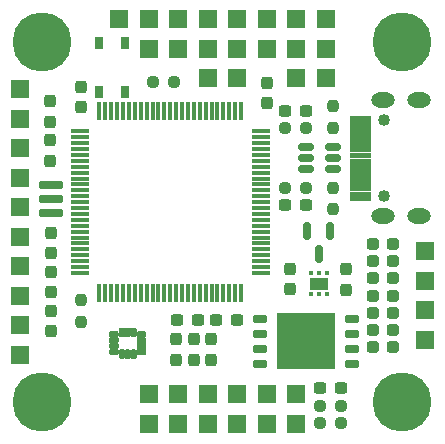
<source format=gbr>
%TF.GenerationSoftware,KiCad,Pcbnew,9.0.4*%
%TF.CreationDate,2025-11-28T22:46:11-05:00*%
%TF.ProjectId,STM32H743VIT6 FC,53544d33-3248-4373-9433-564954362046,rev?*%
%TF.SameCoordinates,Original*%
%TF.FileFunction,Soldermask,Top*%
%TF.FilePolarity,Negative*%
%FSLAX46Y46*%
G04 Gerber Fmt 4.6, Leading zero omitted, Abs format (unit mm)*
G04 Created by KiCad (PCBNEW 9.0.4) date 2025-11-28 22:46:11*
%MOMM*%
%LPD*%
G01*
G04 APERTURE LIST*
G04 Aperture macros list*
%AMRoundRect*
0 Rectangle with rounded corners*
0 $1 Rounding radius*
0 $2 $3 $4 $5 $6 $7 $8 $9 X,Y pos of 4 corners*
0 Add a 4 corners polygon primitive as box body*
4,1,4,$2,$3,$4,$5,$6,$7,$8,$9,$2,$3,0*
0 Add four circle primitives for the rounded corners*
1,1,$1+$1,$2,$3*
1,1,$1+$1,$4,$5*
1,1,$1+$1,$6,$7*
1,1,$1+$1,$8,$9*
0 Add four rect primitives between the rounded corners*
20,1,$1+$1,$2,$3,$4,$5,0*
20,1,$1+$1,$4,$5,$6,$7,0*
20,1,$1+$1,$6,$7,$8,$9,0*
20,1,$1+$1,$8,$9,$2,$3,0*%
G04 Aperture macros list end*
%ADD10C,0.010000*%
%ADD11RoundRect,0.250000X0.550000X-0.550000X0.550000X0.550000X-0.550000X0.550000X-0.550000X-0.550000X0*%
%ADD12RoundRect,0.250000X-0.550000X0.550000X-0.550000X-0.550000X0.550000X-0.550000X0.550000X0.550000X0*%
%ADD13RoundRect,0.250000X-0.550000X-0.550000X0.550000X-0.550000X0.550000X0.550000X-0.550000X0.550000X0*%
%ADD14RoundRect,0.250000X0.550000X0.550000X-0.550000X0.550000X-0.550000X-0.550000X0.550000X-0.550000X0*%
%ADD15RoundRect,0.237500X-0.250000X-0.237500X0.250000X-0.237500X0.250000X0.237500X-0.250000X0.237500X0*%
%ADD16RoundRect,0.237500X-0.300000X-0.237500X0.300000X-0.237500X0.300000X0.237500X-0.300000X0.237500X0*%
%ADD17C,4.700000*%
%ADD18C,5.000000*%
%ADD19RoundRect,0.150000X0.512500X0.150000X-0.512500X0.150000X-0.512500X-0.150000X0.512500X-0.150000X0*%
%ADD20RoundRect,0.237500X0.287500X0.237500X-0.287500X0.237500X-0.287500X-0.237500X0.287500X-0.237500X0*%
%ADD21RoundRect,0.093750X0.106250X-0.093750X0.106250X0.093750X-0.106250X0.093750X-0.106250X-0.093750X0*%
%ADD22R,1.600000X1.000000*%
%ADD23RoundRect,0.237500X0.237500X-0.300000X0.237500X0.300000X-0.237500X0.300000X-0.237500X-0.300000X0*%
%ADD24RoundRect,0.237500X0.237500X-0.250000X0.237500X0.250000X-0.237500X0.250000X-0.237500X-0.250000X0*%
%ADD25RoundRect,0.078000X0.494000X0.234000X-0.494000X0.234000X-0.494000X-0.234000X0.494000X-0.234000X0*%
%ADD26RoundRect,0.102000X2.350000X2.300000X-2.350000X2.300000X-2.350000X-2.300000X2.350000X-2.300000X0*%
%ADD27C,1.020000*%
%ADD28O,2.004000X1.304000*%
%ADD29RoundRect,0.237500X-0.237500X0.300000X-0.237500X-0.300000X0.237500X-0.300000X0.237500X0.300000X0*%
%ADD30RoundRect,0.102000X-0.950000X0.200000X-0.950000X-0.200000X0.950000X-0.200000X0.950000X0.200000X0*%
%ADD31RoundRect,0.237500X0.300000X0.237500X-0.300000X0.237500X-0.300000X-0.237500X0.300000X-0.237500X0*%
%ADD32R,0.650000X1.050000*%
%ADD33RoundRect,0.237500X-0.237500X0.250000X-0.237500X-0.250000X0.237500X-0.250000X0.237500X0.250000X0*%
%ADD34RoundRect,0.150000X-0.150000X0.587500X-0.150000X-0.587500X0.150000X-0.587500X0.150000X0.587500X0*%
%ADD35RoundRect,0.075000X-0.725000X-0.075000X0.725000X-0.075000X0.725000X0.075000X-0.725000X0.075000X0*%
%ADD36RoundRect,0.075000X-0.075000X-0.725000X0.075000X-0.725000X0.075000X0.725000X-0.075000X0.725000X0*%
G04 APERTURE END LIST*
D10*
%TO.C,J1*%
X178222000Y-112008800D02*
X176572000Y-112008800D01*
X176572000Y-111308800D01*
X178222000Y-111308800D01*
X178222000Y-112008800D01*
G36*
X178222000Y-112008800D02*
G01*
X176572000Y-112008800D01*
X176572000Y-111308800D01*
X178222000Y-111308800D01*
X178222000Y-112008800D01*
G37*
X178222000Y-112808800D02*
X176572000Y-112808800D01*
X176572000Y-112108800D01*
X178222000Y-112108800D01*
X178222000Y-112808800D01*
G36*
X178222000Y-112808800D02*
G01*
X176572000Y-112808800D01*
X176572000Y-112108800D01*
X178222000Y-112108800D01*
X178222000Y-112808800D01*
G37*
X178222000Y-113308800D02*
X176572000Y-113308800D01*
X176572000Y-112908800D01*
X178222000Y-112908800D01*
X178222000Y-113308800D01*
G36*
X178222000Y-113308800D02*
G01*
X176572000Y-113308800D01*
X176572000Y-112908800D01*
X178222000Y-112908800D01*
X178222000Y-113308800D01*
G37*
X178222000Y-113808800D02*
X176572000Y-113808800D01*
X176572000Y-113408800D01*
X178222000Y-113408800D01*
X178222000Y-113808800D01*
G36*
X178222000Y-113808800D02*
G01*
X176572000Y-113808800D01*
X176572000Y-113408800D01*
X178222000Y-113408800D01*
X178222000Y-113808800D01*
G37*
X178222000Y-114308800D02*
X176572000Y-114308800D01*
X176572000Y-113908800D01*
X178222000Y-113908800D01*
X178222000Y-114308800D01*
G36*
X178222000Y-114308800D02*
G01*
X176572000Y-114308800D01*
X176572000Y-113908800D01*
X178222000Y-113908800D01*
X178222000Y-114308800D01*
G37*
X178222000Y-114808800D02*
X176572000Y-114808800D01*
X176572000Y-114408800D01*
X178222000Y-114408800D01*
X178222000Y-114808800D01*
G36*
X178222000Y-114808800D02*
G01*
X176572000Y-114808800D01*
X176572000Y-114408800D01*
X178222000Y-114408800D01*
X178222000Y-114808800D01*
G37*
X178222000Y-115308800D02*
X176572000Y-115308800D01*
X176572000Y-114908800D01*
X178222000Y-114908800D01*
X178222000Y-115308800D01*
G36*
X178222000Y-115308800D02*
G01*
X176572000Y-115308800D01*
X176572000Y-114908800D01*
X178222000Y-114908800D01*
X178222000Y-115308800D01*
G37*
X178222000Y-115808800D02*
X176572000Y-115808800D01*
X176572000Y-115408800D01*
X178222000Y-115408800D01*
X178222000Y-115808800D01*
G36*
X178222000Y-115808800D02*
G01*
X176572000Y-115808800D01*
X176572000Y-115408800D01*
X178222000Y-115408800D01*
X178222000Y-115808800D01*
G37*
X178222000Y-116308800D02*
X176572000Y-116308800D01*
X176572000Y-115908800D01*
X178222000Y-115908800D01*
X178222000Y-116308800D01*
G36*
X178222000Y-116308800D02*
G01*
X176572000Y-116308800D01*
X176572000Y-115908800D01*
X178222000Y-115908800D01*
X178222000Y-116308800D01*
G37*
X178222000Y-116808800D02*
X176572000Y-116808800D01*
X176572000Y-116408800D01*
X178222000Y-116408800D01*
X178222000Y-116808800D01*
G36*
X178222000Y-116808800D02*
G01*
X176572000Y-116808800D01*
X176572000Y-116408800D01*
X178222000Y-116408800D01*
X178222000Y-116808800D01*
G37*
X178222000Y-117608800D02*
X176572000Y-117608800D01*
X176572000Y-116908800D01*
X178222000Y-116908800D01*
X178222000Y-117608800D01*
G36*
X178222000Y-117608800D02*
G01*
X176572000Y-117608800D01*
X176572000Y-116908800D01*
X178222000Y-116908800D01*
X178222000Y-117608800D01*
G37*
X178222000Y-118408800D02*
X176572000Y-118408800D01*
X176572000Y-117708800D01*
X178222000Y-117708800D01*
X178222000Y-118408800D01*
G36*
X178222000Y-118408800D02*
G01*
X176572000Y-118408800D01*
X176572000Y-117708800D01*
X178222000Y-117708800D01*
X178222000Y-118408800D01*
G37*
%TO.C,U_IMU1*%
X156760500Y-129531200D02*
X156767500Y-129532200D01*
X156773500Y-129533200D01*
X156779500Y-129534200D01*
X156786500Y-129536200D01*
X156792500Y-129538200D01*
X156798500Y-129541200D01*
X156804500Y-129544200D01*
X156810500Y-129547200D01*
X156815500Y-129550200D01*
X156820500Y-129554200D01*
X156826500Y-129558200D01*
X156831500Y-129562200D01*
X156835500Y-129567200D01*
X156840500Y-129571200D01*
X156844500Y-129576200D01*
X156848500Y-129582200D01*
X156852500Y-129587200D01*
X156855500Y-129593200D01*
X156858500Y-129598200D01*
X156861500Y-129604200D01*
X156864500Y-129610200D01*
X156866500Y-129616200D01*
X156868500Y-129623200D01*
X156869500Y-129629200D01*
X156870500Y-129635200D01*
X156871500Y-129642200D01*
X156872500Y-129648200D01*
X156872500Y-129655200D01*
X156872500Y-129855200D01*
X156872500Y-129862200D01*
X156871500Y-129868200D01*
X156870500Y-129875200D01*
X156869500Y-129881200D01*
X156868500Y-129887200D01*
X156866500Y-129894200D01*
X156864500Y-129900200D01*
X156861500Y-129906200D01*
X156858500Y-129912200D01*
X156855500Y-129917200D01*
X156852500Y-129923200D01*
X156848500Y-129928200D01*
X156844500Y-129934200D01*
X156840500Y-129939200D01*
X156835500Y-129943200D01*
X156831500Y-129948200D01*
X156826500Y-129952200D01*
X156820500Y-129956200D01*
X156815500Y-129960200D01*
X156810500Y-129963200D01*
X156804500Y-129966200D01*
X156798500Y-129969200D01*
X156792500Y-129972200D01*
X156786500Y-129974200D01*
X156779500Y-129976200D01*
X156773500Y-129977200D01*
X156767500Y-129978200D01*
X156760500Y-129979200D01*
X156754500Y-129980200D01*
X156747500Y-129980200D01*
X156307500Y-129980200D01*
X156300500Y-129980200D01*
X156294500Y-129979200D01*
X156287500Y-129978200D01*
X156281500Y-129977200D01*
X156275500Y-129976200D01*
X156268500Y-129974200D01*
X156262500Y-129972200D01*
X156256500Y-129969200D01*
X156250500Y-129966200D01*
X156244500Y-129963200D01*
X156239500Y-129960200D01*
X156234500Y-129956200D01*
X156228500Y-129952200D01*
X156223500Y-129948200D01*
X156219500Y-129943200D01*
X156214500Y-129939200D01*
X156210500Y-129934200D01*
X156206500Y-129928200D01*
X156202500Y-129923200D01*
X156199500Y-129917200D01*
X156196500Y-129912200D01*
X156193500Y-129906200D01*
X156190500Y-129900200D01*
X156188500Y-129894200D01*
X156186500Y-129887200D01*
X156185500Y-129881200D01*
X156184500Y-129875200D01*
X156183500Y-129868200D01*
X156182500Y-129862200D01*
X156182500Y-129855200D01*
X156182500Y-129655200D01*
X156182500Y-129648200D01*
X156183500Y-129642200D01*
X156184500Y-129635200D01*
X156185500Y-129629200D01*
X156186500Y-129623200D01*
X156188500Y-129616200D01*
X156190500Y-129610200D01*
X156193500Y-129604200D01*
X156196500Y-129598200D01*
X156199500Y-129593200D01*
X156202500Y-129587200D01*
X156206500Y-129582200D01*
X156210500Y-129576200D01*
X156214500Y-129571200D01*
X156219500Y-129567200D01*
X156223500Y-129562200D01*
X156228500Y-129558200D01*
X156234500Y-129554200D01*
X156239500Y-129550200D01*
X156244500Y-129547200D01*
X156250500Y-129544200D01*
X156256500Y-129541200D01*
X156262500Y-129538200D01*
X156268500Y-129536200D01*
X156275500Y-129534200D01*
X156281500Y-129533200D01*
X156287500Y-129532200D01*
X156294500Y-129531200D01*
X156300500Y-129530200D01*
X156307500Y-129530200D01*
X156747500Y-129530200D01*
X156754500Y-129530200D01*
X156760500Y-129531200D01*
G36*
X156760500Y-129531200D02*
G01*
X156767500Y-129532200D01*
X156773500Y-129533200D01*
X156779500Y-129534200D01*
X156786500Y-129536200D01*
X156792500Y-129538200D01*
X156798500Y-129541200D01*
X156804500Y-129544200D01*
X156810500Y-129547200D01*
X156815500Y-129550200D01*
X156820500Y-129554200D01*
X156826500Y-129558200D01*
X156831500Y-129562200D01*
X156835500Y-129567200D01*
X156840500Y-129571200D01*
X156844500Y-129576200D01*
X156848500Y-129582200D01*
X156852500Y-129587200D01*
X156855500Y-129593200D01*
X156858500Y-129598200D01*
X156861500Y-129604200D01*
X156864500Y-129610200D01*
X156866500Y-129616200D01*
X156868500Y-129623200D01*
X156869500Y-129629200D01*
X156870500Y-129635200D01*
X156871500Y-129642200D01*
X156872500Y-129648200D01*
X156872500Y-129655200D01*
X156872500Y-129855200D01*
X156872500Y-129862200D01*
X156871500Y-129868200D01*
X156870500Y-129875200D01*
X156869500Y-129881200D01*
X156868500Y-129887200D01*
X156866500Y-129894200D01*
X156864500Y-129900200D01*
X156861500Y-129906200D01*
X156858500Y-129912200D01*
X156855500Y-129917200D01*
X156852500Y-129923200D01*
X156848500Y-129928200D01*
X156844500Y-129934200D01*
X156840500Y-129939200D01*
X156835500Y-129943200D01*
X156831500Y-129948200D01*
X156826500Y-129952200D01*
X156820500Y-129956200D01*
X156815500Y-129960200D01*
X156810500Y-129963200D01*
X156804500Y-129966200D01*
X156798500Y-129969200D01*
X156792500Y-129972200D01*
X156786500Y-129974200D01*
X156779500Y-129976200D01*
X156773500Y-129977200D01*
X156767500Y-129978200D01*
X156760500Y-129979200D01*
X156754500Y-129980200D01*
X156747500Y-129980200D01*
X156307500Y-129980200D01*
X156300500Y-129980200D01*
X156294500Y-129979200D01*
X156287500Y-129978200D01*
X156281500Y-129977200D01*
X156275500Y-129976200D01*
X156268500Y-129974200D01*
X156262500Y-129972200D01*
X156256500Y-129969200D01*
X156250500Y-129966200D01*
X156244500Y-129963200D01*
X156239500Y-129960200D01*
X156234500Y-129956200D01*
X156228500Y-129952200D01*
X156223500Y-129948200D01*
X156219500Y-129943200D01*
X156214500Y-129939200D01*
X156210500Y-129934200D01*
X156206500Y-129928200D01*
X156202500Y-129923200D01*
X156199500Y-129917200D01*
X156196500Y-129912200D01*
X156193500Y-129906200D01*
X156190500Y-129900200D01*
X156188500Y-129894200D01*
X156186500Y-129887200D01*
X156185500Y-129881200D01*
X156184500Y-129875200D01*
X156183500Y-129868200D01*
X156182500Y-129862200D01*
X156182500Y-129855200D01*
X156182500Y-129655200D01*
X156182500Y-129648200D01*
X156183500Y-129642200D01*
X156184500Y-129635200D01*
X156185500Y-129629200D01*
X156186500Y-129623200D01*
X156188500Y-129616200D01*
X156190500Y-129610200D01*
X156193500Y-129604200D01*
X156196500Y-129598200D01*
X156199500Y-129593200D01*
X156202500Y-129587200D01*
X156206500Y-129582200D01*
X156210500Y-129576200D01*
X156214500Y-129571200D01*
X156219500Y-129567200D01*
X156223500Y-129562200D01*
X156228500Y-129558200D01*
X156234500Y-129554200D01*
X156239500Y-129550200D01*
X156244500Y-129547200D01*
X156250500Y-129544200D01*
X156256500Y-129541200D01*
X156262500Y-129538200D01*
X156268500Y-129536200D01*
X156275500Y-129534200D01*
X156281500Y-129533200D01*
X156287500Y-129532200D01*
X156294500Y-129531200D01*
X156300500Y-129530200D01*
X156307500Y-129530200D01*
X156747500Y-129530200D01*
X156754500Y-129530200D01*
X156760500Y-129531200D01*
G37*
X156760500Y-130031200D02*
X156767500Y-130032200D01*
X156773500Y-130033200D01*
X156779500Y-130034200D01*
X156786500Y-130036200D01*
X156792500Y-130038200D01*
X156798500Y-130041200D01*
X156804500Y-130044200D01*
X156810500Y-130047200D01*
X156815500Y-130050200D01*
X156820500Y-130054200D01*
X156826500Y-130058200D01*
X156831500Y-130062200D01*
X156835500Y-130067200D01*
X156840500Y-130071200D01*
X156844500Y-130076200D01*
X156848500Y-130082200D01*
X156852500Y-130087200D01*
X156855500Y-130093200D01*
X156858500Y-130098200D01*
X156861500Y-130104200D01*
X156864500Y-130110200D01*
X156866500Y-130116200D01*
X156868500Y-130123200D01*
X156869500Y-130129200D01*
X156870500Y-130135200D01*
X156871500Y-130142200D01*
X156872500Y-130148200D01*
X156872500Y-130155200D01*
X156872500Y-130355200D01*
X156872500Y-130362200D01*
X156871500Y-130368200D01*
X156870500Y-130375200D01*
X156869500Y-130381200D01*
X156868500Y-130387200D01*
X156866500Y-130394200D01*
X156864500Y-130400200D01*
X156861500Y-130406200D01*
X156858500Y-130412200D01*
X156855500Y-130417200D01*
X156852500Y-130423200D01*
X156848500Y-130428200D01*
X156844500Y-130434200D01*
X156840500Y-130439200D01*
X156835500Y-130443200D01*
X156831500Y-130448200D01*
X156826500Y-130452200D01*
X156820500Y-130456200D01*
X156815500Y-130460200D01*
X156810500Y-130463200D01*
X156804500Y-130466200D01*
X156798500Y-130469200D01*
X156792500Y-130472200D01*
X156786500Y-130474200D01*
X156779500Y-130476200D01*
X156773500Y-130477200D01*
X156767500Y-130478200D01*
X156760500Y-130479200D01*
X156754500Y-130480200D01*
X156747500Y-130480200D01*
X156307500Y-130480200D01*
X156300500Y-130480200D01*
X156294500Y-130479200D01*
X156287500Y-130478200D01*
X156281500Y-130477200D01*
X156275500Y-130476200D01*
X156268500Y-130474200D01*
X156262500Y-130472200D01*
X156256500Y-130469200D01*
X156250500Y-130466200D01*
X156244500Y-130463200D01*
X156239500Y-130460200D01*
X156234500Y-130456200D01*
X156228500Y-130452200D01*
X156223500Y-130448200D01*
X156219500Y-130443200D01*
X156214500Y-130439200D01*
X156210500Y-130434200D01*
X156206500Y-130428200D01*
X156202500Y-130423200D01*
X156199500Y-130417200D01*
X156196500Y-130412200D01*
X156193500Y-130406200D01*
X156190500Y-130400200D01*
X156188500Y-130394200D01*
X156186500Y-130387200D01*
X156185500Y-130381200D01*
X156184500Y-130375200D01*
X156183500Y-130368200D01*
X156182500Y-130362200D01*
X156182500Y-130355200D01*
X156182500Y-130155200D01*
X156182500Y-130148200D01*
X156183500Y-130142200D01*
X156184500Y-130135200D01*
X156185500Y-130129200D01*
X156186500Y-130123200D01*
X156188500Y-130116200D01*
X156190500Y-130110200D01*
X156193500Y-130104200D01*
X156196500Y-130098200D01*
X156199500Y-130093200D01*
X156202500Y-130087200D01*
X156206500Y-130082200D01*
X156210500Y-130076200D01*
X156214500Y-130071200D01*
X156219500Y-130067200D01*
X156223500Y-130062200D01*
X156228500Y-130058200D01*
X156234500Y-130054200D01*
X156239500Y-130050200D01*
X156244500Y-130047200D01*
X156250500Y-130044200D01*
X156256500Y-130041200D01*
X156262500Y-130038200D01*
X156268500Y-130036200D01*
X156275500Y-130034200D01*
X156281500Y-130033200D01*
X156287500Y-130032200D01*
X156294500Y-130031200D01*
X156300500Y-130030200D01*
X156307500Y-130030200D01*
X156747500Y-130030200D01*
X156754500Y-130030200D01*
X156760500Y-130031200D01*
G36*
X156760500Y-130031200D02*
G01*
X156767500Y-130032200D01*
X156773500Y-130033200D01*
X156779500Y-130034200D01*
X156786500Y-130036200D01*
X156792500Y-130038200D01*
X156798500Y-130041200D01*
X156804500Y-130044200D01*
X156810500Y-130047200D01*
X156815500Y-130050200D01*
X156820500Y-130054200D01*
X156826500Y-130058200D01*
X156831500Y-130062200D01*
X156835500Y-130067200D01*
X156840500Y-130071200D01*
X156844500Y-130076200D01*
X156848500Y-130082200D01*
X156852500Y-130087200D01*
X156855500Y-130093200D01*
X156858500Y-130098200D01*
X156861500Y-130104200D01*
X156864500Y-130110200D01*
X156866500Y-130116200D01*
X156868500Y-130123200D01*
X156869500Y-130129200D01*
X156870500Y-130135200D01*
X156871500Y-130142200D01*
X156872500Y-130148200D01*
X156872500Y-130155200D01*
X156872500Y-130355200D01*
X156872500Y-130362200D01*
X156871500Y-130368200D01*
X156870500Y-130375200D01*
X156869500Y-130381200D01*
X156868500Y-130387200D01*
X156866500Y-130394200D01*
X156864500Y-130400200D01*
X156861500Y-130406200D01*
X156858500Y-130412200D01*
X156855500Y-130417200D01*
X156852500Y-130423200D01*
X156848500Y-130428200D01*
X156844500Y-130434200D01*
X156840500Y-130439200D01*
X156835500Y-130443200D01*
X156831500Y-130448200D01*
X156826500Y-130452200D01*
X156820500Y-130456200D01*
X156815500Y-130460200D01*
X156810500Y-130463200D01*
X156804500Y-130466200D01*
X156798500Y-130469200D01*
X156792500Y-130472200D01*
X156786500Y-130474200D01*
X156779500Y-130476200D01*
X156773500Y-130477200D01*
X156767500Y-130478200D01*
X156760500Y-130479200D01*
X156754500Y-130480200D01*
X156747500Y-130480200D01*
X156307500Y-130480200D01*
X156300500Y-130480200D01*
X156294500Y-130479200D01*
X156287500Y-130478200D01*
X156281500Y-130477200D01*
X156275500Y-130476200D01*
X156268500Y-130474200D01*
X156262500Y-130472200D01*
X156256500Y-130469200D01*
X156250500Y-130466200D01*
X156244500Y-130463200D01*
X156239500Y-130460200D01*
X156234500Y-130456200D01*
X156228500Y-130452200D01*
X156223500Y-130448200D01*
X156219500Y-130443200D01*
X156214500Y-130439200D01*
X156210500Y-130434200D01*
X156206500Y-130428200D01*
X156202500Y-130423200D01*
X156199500Y-130417200D01*
X156196500Y-130412200D01*
X156193500Y-130406200D01*
X156190500Y-130400200D01*
X156188500Y-130394200D01*
X156186500Y-130387200D01*
X156185500Y-130381200D01*
X156184500Y-130375200D01*
X156183500Y-130368200D01*
X156182500Y-130362200D01*
X156182500Y-130355200D01*
X156182500Y-130155200D01*
X156182500Y-130148200D01*
X156183500Y-130142200D01*
X156184500Y-130135200D01*
X156185500Y-130129200D01*
X156186500Y-130123200D01*
X156188500Y-130116200D01*
X156190500Y-130110200D01*
X156193500Y-130104200D01*
X156196500Y-130098200D01*
X156199500Y-130093200D01*
X156202500Y-130087200D01*
X156206500Y-130082200D01*
X156210500Y-130076200D01*
X156214500Y-130071200D01*
X156219500Y-130067200D01*
X156223500Y-130062200D01*
X156228500Y-130058200D01*
X156234500Y-130054200D01*
X156239500Y-130050200D01*
X156244500Y-130047200D01*
X156250500Y-130044200D01*
X156256500Y-130041200D01*
X156262500Y-130038200D01*
X156268500Y-130036200D01*
X156275500Y-130034200D01*
X156281500Y-130033200D01*
X156287500Y-130032200D01*
X156294500Y-130031200D01*
X156300500Y-130030200D01*
X156307500Y-130030200D01*
X156747500Y-130030200D01*
X156754500Y-130030200D01*
X156760500Y-130031200D01*
G37*
X156760500Y-130531200D02*
X156767500Y-130532200D01*
X156773500Y-130533200D01*
X156779500Y-130534200D01*
X156786500Y-130536200D01*
X156792500Y-130538200D01*
X156798500Y-130541200D01*
X156804500Y-130544200D01*
X156810500Y-130547200D01*
X156815500Y-130550200D01*
X156820500Y-130554200D01*
X156826500Y-130558200D01*
X156831500Y-130562200D01*
X156835500Y-130567200D01*
X156840500Y-130571200D01*
X156844500Y-130576200D01*
X156848500Y-130582200D01*
X156852500Y-130587200D01*
X156855500Y-130593200D01*
X156858500Y-130598200D01*
X156861500Y-130604200D01*
X156864500Y-130610200D01*
X156866500Y-130616200D01*
X156868500Y-130623200D01*
X156869500Y-130629200D01*
X156870500Y-130635200D01*
X156871500Y-130642200D01*
X156872500Y-130648200D01*
X156872500Y-130655200D01*
X156872500Y-130855200D01*
X156872500Y-130862200D01*
X156871500Y-130868200D01*
X156870500Y-130875200D01*
X156869500Y-130881200D01*
X156868500Y-130887200D01*
X156866500Y-130894200D01*
X156864500Y-130900200D01*
X156861500Y-130906200D01*
X156858500Y-130912200D01*
X156855500Y-130917200D01*
X156852500Y-130923200D01*
X156848500Y-130928200D01*
X156844500Y-130934200D01*
X156840500Y-130939200D01*
X156835500Y-130943200D01*
X156831500Y-130948200D01*
X156826500Y-130952200D01*
X156820500Y-130956200D01*
X156815500Y-130960200D01*
X156810500Y-130963200D01*
X156804500Y-130966200D01*
X156798500Y-130969200D01*
X156792500Y-130972200D01*
X156786500Y-130974200D01*
X156779500Y-130976200D01*
X156773500Y-130977200D01*
X156767500Y-130978200D01*
X156760500Y-130979200D01*
X156754500Y-130980200D01*
X156747500Y-130980200D01*
X156307500Y-130980200D01*
X156300500Y-130980200D01*
X156294500Y-130979200D01*
X156287500Y-130978200D01*
X156281500Y-130977200D01*
X156275500Y-130976200D01*
X156268500Y-130974200D01*
X156262500Y-130972200D01*
X156256500Y-130969200D01*
X156250500Y-130966200D01*
X156244500Y-130963200D01*
X156239500Y-130960200D01*
X156234500Y-130956200D01*
X156228500Y-130952200D01*
X156223500Y-130948200D01*
X156219500Y-130943200D01*
X156214500Y-130939200D01*
X156210500Y-130934200D01*
X156206500Y-130928200D01*
X156202500Y-130923200D01*
X156199500Y-130917200D01*
X156196500Y-130912200D01*
X156193500Y-130906200D01*
X156190500Y-130900200D01*
X156188500Y-130894200D01*
X156186500Y-130887200D01*
X156185500Y-130881200D01*
X156184500Y-130875200D01*
X156183500Y-130868200D01*
X156182500Y-130862200D01*
X156182500Y-130855200D01*
X156182500Y-130655200D01*
X156182500Y-130648200D01*
X156183500Y-130642200D01*
X156184500Y-130635200D01*
X156185500Y-130629200D01*
X156186500Y-130623200D01*
X156188500Y-130616200D01*
X156190500Y-130610200D01*
X156193500Y-130604200D01*
X156196500Y-130598200D01*
X156199500Y-130593200D01*
X156202500Y-130587200D01*
X156206500Y-130582200D01*
X156210500Y-130576200D01*
X156214500Y-130571200D01*
X156219500Y-130567200D01*
X156223500Y-130562200D01*
X156228500Y-130558200D01*
X156234500Y-130554200D01*
X156239500Y-130550200D01*
X156244500Y-130547200D01*
X156250500Y-130544200D01*
X156256500Y-130541200D01*
X156262500Y-130538200D01*
X156268500Y-130536200D01*
X156275500Y-130534200D01*
X156281500Y-130533200D01*
X156287500Y-130532200D01*
X156294500Y-130531200D01*
X156300500Y-130530200D01*
X156307500Y-130530200D01*
X156747500Y-130530200D01*
X156754500Y-130530200D01*
X156760500Y-130531200D01*
G36*
X156760500Y-130531200D02*
G01*
X156767500Y-130532200D01*
X156773500Y-130533200D01*
X156779500Y-130534200D01*
X156786500Y-130536200D01*
X156792500Y-130538200D01*
X156798500Y-130541200D01*
X156804500Y-130544200D01*
X156810500Y-130547200D01*
X156815500Y-130550200D01*
X156820500Y-130554200D01*
X156826500Y-130558200D01*
X156831500Y-130562200D01*
X156835500Y-130567200D01*
X156840500Y-130571200D01*
X156844500Y-130576200D01*
X156848500Y-130582200D01*
X156852500Y-130587200D01*
X156855500Y-130593200D01*
X156858500Y-130598200D01*
X156861500Y-130604200D01*
X156864500Y-130610200D01*
X156866500Y-130616200D01*
X156868500Y-130623200D01*
X156869500Y-130629200D01*
X156870500Y-130635200D01*
X156871500Y-130642200D01*
X156872500Y-130648200D01*
X156872500Y-130655200D01*
X156872500Y-130855200D01*
X156872500Y-130862200D01*
X156871500Y-130868200D01*
X156870500Y-130875200D01*
X156869500Y-130881200D01*
X156868500Y-130887200D01*
X156866500Y-130894200D01*
X156864500Y-130900200D01*
X156861500Y-130906200D01*
X156858500Y-130912200D01*
X156855500Y-130917200D01*
X156852500Y-130923200D01*
X156848500Y-130928200D01*
X156844500Y-130934200D01*
X156840500Y-130939200D01*
X156835500Y-130943200D01*
X156831500Y-130948200D01*
X156826500Y-130952200D01*
X156820500Y-130956200D01*
X156815500Y-130960200D01*
X156810500Y-130963200D01*
X156804500Y-130966200D01*
X156798500Y-130969200D01*
X156792500Y-130972200D01*
X156786500Y-130974200D01*
X156779500Y-130976200D01*
X156773500Y-130977200D01*
X156767500Y-130978200D01*
X156760500Y-130979200D01*
X156754500Y-130980200D01*
X156747500Y-130980200D01*
X156307500Y-130980200D01*
X156300500Y-130980200D01*
X156294500Y-130979200D01*
X156287500Y-130978200D01*
X156281500Y-130977200D01*
X156275500Y-130976200D01*
X156268500Y-130974200D01*
X156262500Y-130972200D01*
X156256500Y-130969200D01*
X156250500Y-130966200D01*
X156244500Y-130963200D01*
X156239500Y-130960200D01*
X156234500Y-130956200D01*
X156228500Y-130952200D01*
X156223500Y-130948200D01*
X156219500Y-130943200D01*
X156214500Y-130939200D01*
X156210500Y-130934200D01*
X156206500Y-130928200D01*
X156202500Y-130923200D01*
X156199500Y-130917200D01*
X156196500Y-130912200D01*
X156193500Y-130906200D01*
X156190500Y-130900200D01*
X156188500Y-130894200D01*
X156186500Y-130887200D01*
X156185500Y-130881200D01*
X156184500Y-130875200D01*
X156183500Y-130868200D01*
X156182500Y-130862200D01*
X156182500Y-130855200D01*
X156182500Y-130655200D01*
X156182500Y-130648200D01*
X156183500Y-130642200D01*
X156184500Y-130635200D01*
X156185500Y-130629200D01*
X156186500Y-130623200D01*
X156188500Y-130616200D01*
X156190500Y-130610200D01*
X156193500Y-130604200D01*
X156196500Y-130598200D01*
X156199500Y-130593200D01*
X156202500Y-130587200D01*
X156206500Y-130582200D01*
X156210500Y-130576200D01*
X156214500Y-130571200D01*
X156219500Y-130567200D01*
X156223500Y-130562200D01*
X156228500Y-130558200D01*
X156234500Y-130554200D01*
X156239500Y-130550200D01*
X156244500Y-130547200D01*
X156250500Y-130544200D01*
X156256500Y-130541200D01*
X156262500Y-130538200D01*
X156268500Y-130536200D01*
X156275500Y-130534200D01*
X156281500Y-130533200D01*
X156287500Y-130532200D01*
X156294500Y-130531200D01*
X156300500Y-130530200D01*
X156307500Y-130530200D01*
X156747500Y-130530200D01*
X156754500Y-130530200D01*
X156760500Y-130531200D01*
G37*
X156760500Y-131031200D02*
X156767500Y-131032200D01*
X156773500Y-131033200D01*
X156779500Y-131034200D01*
X156786500Y-131036200D01*
X156792500Y-131038200D01*
X156798500Y-131041200D01*
X156804500Y-131044200D01*
X156810500Y-131047200D01*
X156815500Y-131050200D01*
X156820500Y-131054200D01*
X156826500Y-131058200D01*
X156831500Y-131062200D01*
X156835500Y-131067200D01*
X156840500Y-131071200D01*
X156844500Y-131076200D01*
X156848500Y-131082200D01*
X156852500Y-131087200D01*
X156855500Y-131093200D01*
X156858500Y-131098200D01*
X156861500Y-131104200D01*
X156864500Y-131110200D01*
X156866500Y-131116200D01*
X156868500Y-131123200D01*
X156869500Y-131129200D01*
X156870500Y-131135200D01*
X156871500Y-131142200D01*
X156872500Y-131148200D01*
X156872500Y-131155200D01*
X156872500Y-131355200D01*
X156872500Y-131362200D01*
X156871500Y-131368200D01*
X156870500Y-131375200D01*
X156869500Y-131381200D01*
X156868500Y-131387200D01*
X156866500Y-131394200D01*
X156864500Y-131400200D01*
X156861500Y-131406200D01*
X156858500Y-131412200D01*
X156855500Y-131417200D01*
X156852500Y-131423200D01*
X156848500Y-131428200D01*
X156844500Y-131434200D01*
X156840500Y-131439200D01*
X156835500Y-131443200D01*
X156831500Y-131448200D01*
X156826500Y-131452200D01*
X156820500Y-131456200D01*
X156815500Y-131460200D01*
X156810500Y-131463200D01*
X156804500Y-131466200D01*
X156798500Y-131469200D01*
X156792500Y-131472200D01*
X156786500Y-131474200D01*
X156779500Y-131476200D01*
X156773500Y-131477200D01*
X156767500Y-131478200D01*
X156760500Y-131479200D01*
X156754500Y-131480200D01*
X156747500Y-131480200D01*
X156307500Y-131480200D01*
X156300500Y-131480200D01*
X156294500Y-131479200D01*
X156287500Y-131478200D01*
X156281500Y-131477200D01*
X156275500Y-131476200D01*
X156268500Y-131474200D01*
X156262500Y-131472200D01*
X156256500Y-131469200D01*
X156250500Y-131466200D01*
X156244500Y-131463200D01*
X156239500Y-131460200D01*
X156234500Y-131456200D01*
X156228500Y-131452200D01*
X156223500Y-131448200D01*
X156219500Y-131443200D01*
X156214500Y-131439200D01*
X156210500Y-131434200D01*
X156206500Y-131428200D01*
X156202500Y-131423200D01*
X156199500Y-131417200D01*
X156196500Y-131412200D01*
X156193500Y-131406200D01*
X156190500Y-131400200D01*
X156188500Y-131394200D01*
X156186500Y-131387200D01*
X156185500Y-131381200D01*
X156184500Y-131375200D01*
X156183500Y-131368200D01*
X156182500Y-131362200D01*
X156182500Y-131355200D01*
X156182500Y-131155200D01*
X156182500Y-131148200D01*
X156183500Y-131142200D01*
X156184500Y-131135200D01*
X156185500Y-131129200D01*
X156186500Y-131123200D01*
X156188500Y-131116200D01*
X156190500Y-131110200D01*
X156193500Y-131104200D01*
X156196500Y-131098200D01*
X156199500Y-131093200D01*
X156202500Y-131087200D01*
X156206500Y-131082200D01*
X156210500Y-131076200D01*
X156214500Y-131071200D01*
X156219500Y-131067200D01*
X156223500Y-131062200D01*
X156228500Y-131058200D01*
X156234500Y-131054200D01*
X156239500Y-131050200D01*
X156244500Y-131047200D01*
X156250500Y-131044200D01*
X156256500Y-131041200D01*
X156262500Y-131038200D01*
X156268500Y-131036200D01*
X156275500Y-131034200D01*
X156281500Y-131033200D01*
X156287500Y-131032200D01*
X156294500Y-131031200D01*
X156300500Y-131030200D01*
X156307500Y-131030200D01*
X156747500Y-131030200D01*
X156754500Y-131030200D01*
X156760500Y-131031200D01*
G36*
X156760500Y-131031200D02*
G01*
X156767500Y-131032200D01*
X156773500Y-131033200D01*
X156779500Y-131034200D01*
X156786500Y-131036200D01*
X156792500Y-131038200D01*
X156798500Y-131041200D01*
X156804500Y-131044200D01*
X156810500Y-131047200D01*
X156815500Y-131050200D01*
X156820500Y-131054200D01*
X156826500Y-131058200D01*
X156831500Y-131062200D01*
X156835500Y-131067200D01*
X156840500Y-131071200D01*
X156844500Y-131076200D01*
X156848500Y-131082200D01*
X156852500Y-131087200D01*
X156855500Y-131093200D01*
X156858500Y-131098200D01*
X156861500Y-131104200D01*
X156864500Y-131110200D01*
X156866500Y-131116200D01*
X156868500Y-131123200D01*
X156869500Y-131129200D01*
X156870500Y-131135200D01*
X156871500Y-131142200D01*
X156872500Y-131148200D01*
X156872500Y-131155200D01*
X156872500Y-131355200D01*
X156872500Y-131362200D01*
X156871500Y-131368200D01*
X156870500Y-131375200D01*
X156869500Y-131381200D01*
X156868500Y-131387200D01*
X156866500Y-131394200D01*
X156864500Y-131400200D01*
X156861500Y-131406200D01*
X156858500Y-131412200D01*
X156855500Y-131417200D01*
X156852500Y-131423200D01*
X156848500Y-131428200D01*
X156844500Y-131434200D01*
X156840500Y-131439200D01*
X156835500Y-131443200D01*
X156831500Y-131448200D01*
X156826500Y-131452200D01*
X156820500Y-131456200D01*
X156815500Y-131460200D01*
X156810500Y-131463200D01*
X156804500Y-131466200D01*
X156798500Y-131469200D01*
X156792500Y-131472200D01*
X156786500Y-131474200D01*
X156779500Y-131476200D01*
X156773500Y-131477200D01*
X156767500Y-131478200D01*
X156760500Y-131479200D01*
X156754500Y-131480200D01*
X156747500Y-131480200D01*
X156307500Y-131480200D01*
X156300500Y-131480200D01*
X156294500Y-131479200D01*
X156287500Y-131478200D01*
X156281500Y-131477200D01*
X156275500Y-131476200D01*
X156268500Y-131474200D01*
X156262500Y-131472200D01*
X156256500Y-131469200D01*
X156250500Y-131466200D01*
X156244500Y-131463200D01*
X156239500Y-131460200D01*
X156234500Y-131456200D01*
X156228500Y-131452200D01*
X156223500Y-131448200D01*
X156219500Y-131443200D01*
X156214500Y-131439200D01*
X156210500Y-131434200D01*
X156206500Y-131428200D01*
X156202500Y-131423200D01*
X156199500Y-131417200D01*
X156196500Y-131412200D01*
X156193500Y-131406200D01*
X156190500Y-131400200D01*
X156188500Y-131394200D01*
X156186500Y-131387200D01*
X156185500Y-131381200D01*
X156184500Y-131375200D01*
X156183500Y-131368200D01*
X156182500Y-131362200D01*
X156182500Y-131355200D01*
X156182500Y-131155200D01*
X156182500Y-131148200D01*
X156183500Y-131142200D01*
X156184500Y-131135200D01*
X156185500Y-131129200D01*
X156186500Y-131123200D01*
X156188500Y-131116200D01*
X156190500Y-131110200D01*
X156193500Y-131104200D01*
X156196500Y-131098200D01*
X156199500Y-131093200D01*
X156202500Y-131087200D01*
X156206500Y-131082200D01*
X156210500Y-131076200D01*
X156214500Y-131071200D01*
X156219500Y-131067200D01*
X156223500Y-131062200D01*
X156228500Y-131058200D01*
X156234500Y-131054200D01*
X156239500Y-131050200D01*
X156244500Y-131047200D01*
X156250500Y-131044200D01*
X156256500Y-131041200D01*
X156262500Y-131038200D01*
X156268500Y-131036200D01*
X156275500Y-131034200D01*
X156281500Y-131033200D01*
X156287500Y-131032200D01*
X156294500Y-131031200D01*
X156300500Y-131030200D01*
X156307500Y-131030200D01*
X156747500Y-131030200D01*
X156754500Y-131030200D01*
X156760500Y-131031200D01*
G37*
X157305500Y-129246200D02*
X157312500Y-129247200D01*
X157318500Y-129248200D01*
X157324500Y-129249200D01*
X157331500Y-129251200D01*
X157337500Y-129253200D01*
X157343500Y-129256200D01*
X157349500Y-129259200D01*
X157354500Y-129262200D01*
X157360500Y-129265200D01*
X157365500Y-129269200D01*
X157371500Y-129273200D01*
X157376500Y-129277200D01*
X157380500Y-129282200D01*
X157385500Y-129286200D01*
X157389500Y-129291200D01*
X157393500Y-129297200D01*
X157397500Y-129302200D01*
X157400500Y-129307200D01*
X157403500Y-129313200D01*
X157406500Y-129319200D01*
X157409500Y-129325200D01*
X157411500Y-129331200D01*
X157413500Y-129338200D01*
X157414500Y-129344200D01*
X157415500Y-129350200D01*
X157416500Y-129357200D01*
X157417500Y-129363200D01*
X157417500Y-129370200D01*
X157417500Y-129810200D01*
X157417500Y-129817200D01*
X157416500Y-129823200D01*
X157415500Y-129830200D01*
X157414500Y-129836200D01*
X157413500Y-129842200D01*
X157411500Y-129849200D01*
X157409500Y-129855200D01*
X157406500Y-129861200D01*
X157403500Y-129867200D01*
X157400500Y-129873200D01*
X157397500Y-129878200D01*
X157393500Y-129883200D01*
X157389500Y-129889200D01*
X157385500Y-129894200D01*
X157380500Y-129898200D01*
X157376500Y-129903200D01*
X157371500Y-129907200D01*
X157365500Y-129911200D01*
X157360500Y-129915200D01*
X157354500Y-129918200D01*
X157349500Y-129921200D01*
X157343500Y-129924200D01*
X157337500Y-129927200D01*
X157331500Y-129929200D01*
X157324500Y-129931200D01*
X157318500Y-129932200D01*
X157312500Y-129933200D01*
X157305500Y-129934200D01*
X157299500Y-129935200D01*
X157292500Y-129935200D01*
X157092500Y-129935200D01*
X157085500Y-129935200D01*
X157079500Y-129934200D01*
X157072500Y-129933200D01*
X157066500Y-129932200D01*
X157060500Y-129931200D01*
X157053500Y-129929200D01*
X157047500Y-129927200D01*
X157041500Y-129924200D01*
X157035500Y-129921200D01*
X157029500Y-129918200D01*
X157024500Y-129915200D01*
X157019500Y-129911200D01*
X157013500Y-129907200D01*
X157008500Y-129903200D01*
X157004500Y-129898200D01*
X156999500Y-129894200D01*
X156995500Y-129889200D01*
X156991500Y-129883200D01*
X156987500Y-129878200D01*
X156984500Y-129873200D01*
X156981500Y-129867200D01*
X156978500Y-129861200D01*
X156975500Y-129855200D01*
X156973500Y-129849200D01*
X156971500Y-129842200D01*
X156970500Y-129836200D01*
X156969500Y-129830200D01*
X156968500Y-129823200D01*
X156967500Y-129817200D01*
X156967500Y-129810200D01*
X156967500Y-129370200D01*
X156967500Y-129363200D01*
X156968500Y-129357200D01*
X156969500Y-129350200D01*
X156970500Y-129344200D01*
X156971500Y-129338200D01*
X156973500Y-129331200D01*
X156975500Y-129325200D01*
X156978500Y-129319200D01*
X156981500Y-129313200D01*
X156984500Y-129307200D01*
X156987500Y-129302200D01*
X156991500Y-129297200D01*
X156995500Y-129291200D01*
X156999500Y-129286200D01*
X157004500Y-129282200D01*
X157008500Y-129277200D01*
X157013500Y-129273200D01*
X157019500Y-129269200D01*
X157024500Y-129265200D01*
X157030500Y-129262200D01*
X157035500Y-129259200D01*
X157041500Y-129256200D01*
X157047500Y-129253200D01*
X157053500Y-129251200D01*
X157060500Y-129249200D01*
X157066500Y-129248200D01*
X157072500Y-129247200D01*
X157079500Y-129246200D01*
X157085500Y-129245200D01*
X157092500Y-129245200D01*
X157292500Y-129245200D01*
X157299500Y-129245200D01*
X157305500Y-129246200D01*
G36*
X157305500Y-129246200D02*
G01*
X157312500Y-129247200D01*
X157318500Y-129248200D01*
X157324500Y-129249200D01*
X157331500Y-129251200D01*
X157337500Y-129253200D01*
X157343500Y-129256200D01*
X157349500Y-129259200D01*
X157354500Y-129262200D01*
X157360500Y-129265200D01*
X157365500Y-129269200D01*
X157371500Y-129273200D01*
X157376500Y-129277200D01*
X157380500Y-129282200D01*
X157385500Y-129286200D01*
X157389500Y-129291200D01*
X157393500Y-129297200D01*
X157397500Y-129302200D01*
X157400500Y-129307200D01*
X157403500Y-129313200D01*
X157406500Y-129319200D01*
X157409500Y-129325200D01*
X157411500Y-129331200D01*
X157413500Y-129338200D01*
X157414500Y-129344200D01*
X157415500Y-129350200D01*
X157416500Y-129357200D01*
X157417500Y-129363200D01*
X157417500Y-129370200D01*
X157417500Y-129810200D01*
X157417500Y-129817200D01*
X157416500Y-129823200D01*
X157415500Y-129830200D01*
X157414500Y-129836200D01*
X157413500Y-129842200D01*
X157411500Y-129849200D01*
X157409500Y-129855200D01*
X157406500Y-129861200D01*
X157403500Y-129867200D01*
X157400500Y-129873200D01*
X157397500Y-129878200D01*
X157393500Y-129883200D01*
X157389500Y-129889200D01*
X157385500Y-129894200D01*
X157380500Y-129898200D01*
X157376500Y-129903200D01*
X157371500Y-129907200D01*
X157365500Y-129911200D01*
X157360500Y-129915200D01*
X157354500Y-129918200D01*
X157349500Y-129921200D01*
X157343500Y-129924200D01*
X157337500Y-129927200D01*
X157331500Y-129929200D01*
X157324500Y-129931200D01*
X157318500Y-129932200D01*
X157312500Y-129933200D01*
X157305500Y-129934200D01*
X157299500Y-129935200D01*
X157292500Y-129935200D01*
X157092500Y-129935200D01*
X157085500Y-129935200D01*
X157079500Y-129934200D01*
X157072500Y-129933200D01*
X157066500Y-129932200D01*
X157060500Y-129931200D01*
X157053500Y-129929200D01*
X157047500Y-129927200D01*
X157041500Y-129924200D01*
X157035500Y-129921200D01*
X157029500Y-129918200D01*
X157024500Y-129915200D01*
X157019500Y-129911200D01*
X157013500Y-129907200D01*
X157008500Y-129903200D01*
X157004500Y-129898200D01*
X156999500Y-129894200D01*
X156995500Y-129889200D01*
X156991500Y-129883200D01*
X156987500Y-129878200D01*
X156984500Y-129873200D01*
X156981500Y-129867200D01*
X156978500Y-129861200D01*
X156975500Y-129855200D01*
X156973500Y-129849200D01*
X156971500Y-129842200D01*
X156970500Y-129836200D01*
X156969500Y-129830200D01*
X156968500Y-129823200D01*
X156967500Y-129817200D01*
X156967500Y-129810200D01*
X156967500Y-129370200D01*
X156967500Y-129363200D01*
X156968500Y-129357200D01*
X156969500Y-129350200D01*
X156970500Y-129344200D01*
X156971500Y-129338200D01*
X156973500Y-129331200D01*
X156975500Y-129325200D01*
X156978500Y-129319200D01*
X156981500Y-129313200D01*
X156984500Y-129307200D01*
X156987500Y-129302200D01*
X156991500Y-129297200D01*
X156995500Y-129291200D01*
X156999500Y-129286200D01*
X157004500Y-129282200D01*
X157008500Y-129277200D01*
X157013500Y-129273200D01*
X157019500Y-129269200D01*
X157024500Y-129265200D01*
X157030500Y-129262200D01*
X157035500Y-129259200D01*
X157041500Y-129256200D01*
X157047500Y-129253200D01*
X157053500Y-129251200D01*
X157060500Y-129249200D01*
X157066500Y-129248200D01*
X157072500Y-129247200D01*
X157079500Y-129246200D01*
X157085500Y-129245200D01*
X157092500Y-129245200D01*
X157292500Y-129245200D01*
X157299500Y-129245200D01*
X157305500Y-129246200D01*
G37*
X157305500Y-131076200D02*
X157312500Y-131077200D01*
X157318500Y-131078200D01*
X157324500Y-131079200D01*
X157331500Y-131081200D01*
X157337500Y-131083200D01*
X157343500Y-131086200D01*
X157349500Y-131089200D01*
X157354500Y-131092200D01*
X157360500Y-131095200D01*
X157365500Y-131099200D01*
X157371500Y-131103200D01*
X157376500Y-131107200D01*
X157380500Y-131112200D01*
X157385500Y-131116200D01*
X157389500Y-131121200D01*
X157393500Y-131127200D01*
X157397500Y-131132200D01*
X157400500Y-131137200D01*
X157403500Y-131143200D01*
X157406500Y-131149200D01*
X157409500Y-131155200D01*
X157411500Y-131161200D01*
X157413500Y-131168200D01*
X157414500Y-131174200D01*
X157415500Y-131180200D01*
X157416500Y-131187200D01*
X157417500Y-131193200D01*
X157417500Y-131200200D01*
X157417500Y-131640200D01*
X157417500Y-131647200D01*
X157416500Y-131653200D01*
X157415500Y-131660200D01*
X157414500Y-131666200D01*
X157413500Y-131672200D01*
X157411500Y-131679200D01*
X157409500Y-131685200D01*
X157406500Y-131691200D01*
X157403500Y-131697200D01*
X157400500Y-131703200D01*
X157397500Y-131708200D01*
X157393500Y-131713200D01*
X157389500Y-131719200D01*
X157385500Y-131724200D01*
X157380500Y-131728200D01*
X157376500Y-131733200D01*
X157371500Y-131737200D01*
X157365500Y-131741200D01*
X157360500Y-131745200D01*
X157354500Y-131748200D01*
X157349500Y-131751200D01*
X157343500Y-131754200D01*
X157337500Y-131757200D01*
X157331500Y-131759200D01*
X157324500Y-131761200D01*
X157318500Y-131762200D01*
X157312500Y-131763200D01*
X157305500Y-131764200D01*
X157299500Y-131765200D01*
X157292500Y-131765200D01*
X157092500Y-131765200D01*
X157085500Y-131765200D01*
X157079500Y-131764200D01*
X157072500Y-131763200D01*
X157066500Y-131762200D01*
X157060500Y-131761200D01*
X157053500Y-131759200D01*
X157047500Y-131757200D01*
X157041500Y-131754200D01*
X157035500Y-131751200D01*
X157029500Y-131748200D01*
X157024500Y-131745200D01*
X157019500Y-131741200D01*
X157013500Y-131737200D01*
X157008500Y-131733200D01*
X157004500Y-131728200D01*
X156999500Y-131724200D01*
X156995500Y-131719200D01*
X156991500Y-131713200D01*
X156987500Y-131708200D01*
X156984500Y-131703200D01*
X156981500Y-131697200D01*
X156978500Y-131691200D01*
X156975500Y-131685200D01*
X156973500Y-131679200D01*
X156971500Y-131672200D01*
X156970500Y-131666200D01*
X156969500Y-131660200D01*
X156968500Y-131653200D01*
X156967500Y-131647200D01*
X156967500Y-131640200D01*
X156967500Y-131200200D01*
X156967500Y-131193200D01*
X156968500Y-131187200D01*
X156969500Y-131180200D01*
X156970500Y-131174200D01*
X156971500Y-131168200D01*
X156973500Y-131161200D01*
X156975500Y-131155200D01*
X156978500Y-131149200D01*
X156981500Y-131143200D01*
X156984500Y-131137200D01*
X156987500Y-131132200D01*
X156991500Y-131127200D01*
X156995500Y-131121200D01*
X156999500Y-131116200D01*
X157004500Y-131112200D01*
X157008500Y-131107200D01*
X157013500Y-131103200D01*
X157019500Y-131099200D01*
X157024500Y-131095200D01*
X157030500Y-131092200D01*
X157035500Y-131089200D01*
X157041500Y-131086200D01*
X157047500Y-131083200D01*
X157053500Y-131081200D01*
X157060500Y-131079200D01*
X157066500Y-131078200D01*
X157072500Y-131077200D01*
X157079500Y-131076200D01*
X157085500Y-131075200D01*
X157092500Y-131075200D01*
X157292500Y-131075200D01*
X157299500Y-131075200D01*
X157305500Y-131076200D01*
G36*
X157305500Y-131076200D02*
G01*
X157312500Y-131077200D01*
X157318500Y-131078200D01*
X157324500Y-131079200D01*
X157331500Y-131081200D01*
X157337500Y-131083200D01*
X157343500Y-131086200D01*
X157349500Y-131089200D01*
X157354500Y-131092200D01*
X157360500Y-131095200D01*
X157365500Y-131099200D01*
X157371500Y-131103200D01*
X157376500Y-131107200D01*
X157380500Y-131112200D01*
X157385500Y-131116200D01*
X157389500Y-131121200D01*
X157393500Y-131127200D01*
X157397500Y-131132200D01*
X157400500Y-131137200D01*
X157403500Y-131143200D01*
X157406500Y-131149200D01*
X157409500Y-131155200D01*
X157411500Y-131161200D01*
X157413500Y-131168200D01*
X157414500Y-131174200D01*
X157415500Y-131180200D01*
X157416500Y-131187200D01*
X157417500Y-131193200D01*
X157417500Y-131200200D01*
X157417500Y-131640200D01*
X157417500Y-131647200D01*
X157416500Y-131653200D01*
X157415500Y-131660200D01*
X157414500Y-131666200D01*
X157413500Y-131672200D01*
X157411500Y-131679200D01*
X157409500Y-131685200D01*
X157406500Y-131691200D01*
X157403500Y-131697200D01*
X157400500Y-131703200D01*
X157397500Y-131708200D01*
X157393500Y-131713200D01*
X157389500Y-131719200D01*
X157385500Y-131724200D01*
X157380500Y-131728200D01*
X157376500Y-131733200D01*
X157371500Y-131737200D01*
X157365500Y-131741200D01*
X157360500Y-131745200D01*
X157354500Y-131748200D01*
X157349500Y-131751200D01*
X157343500Y-131754200D01*
X157337500Y-131757200D01*
X157331500Y-131759200D01*
X157324500Y-131761200D01*
X157318500Y-131762200D01*
X157312500Y-131763200D01*
X157305500Y-131764200D01*
X157299500Y-131765200D01*
X157292500Y-131765200D01*
X157092500Y-131765200D01*
X157085500Y-131765200D01*
X157079500Y-131764200D01*
X157072500Y-131763200D01*
X157066500Y-131762200D01*
X157060500Y-131761200D01*
X157053500Y-131759200D01*
X157047500Y-131757200D01*
X157041500Y-131754200D01*
X157035500Y-131751200D01*
X157029500Y-131748200D01*
X157024500Y-131745200D01*
X157019500Y-131741200D01*
X157013500Y-131737200D01*
X157008500Y-131733200D01*
X157004500Y-131728200D01*
X156999500Y-131724200D01*
X156995500Y-131719200D01*
X156991500Y-131713200D01*
X156987500Y-131708200D01*
X156984500Y-131703200D01*
X156981500Y-131697200D01*
X156978500Y-131691200D01*
X156975500Y-131685200D01*
X156973500Y-131679200D01*
X156971500Y-131672200D01*
X156970500Y-131666200D01*
X156969500Y-131660200D01*
X156968500Y-131653200D01*
X156967500Y-131647200D01*
X156967500Y-131640200D01*
X156967500Y-131200200D01*
X156967500Y-131193200D01*
X156968500Y-131187200D01*
X156969500Y-131180200D01*
X156970500Y-131174200D01*
X156971500Y-131168200D01*
X156973500Y-131161200D01*
X156975500Y-131155200D01*
X156978500Y-131149200D01*
X156981500Y-131143200D01*
X156984500Y-131137200D01*
X156987500Y-131132200D01*
X156991500Y-131127200D01*
X156995500Y-131121200D01*
X156999500Y-131116200D01*
X157004500Y-131112200D01*
X157008500Y-131107200D01*
X157013500Y-131103200D01*
X157019500Y-131099200D01*
X157024500Y-131095200D01*
X157030500Y-131092200D01*
X157035500Y-131089200D01*
X157041500Y-131086200D01*
X157047500Y-131083200D01*
X157053500Y-131081200D01*
X157060500Y-131079200D01*
X157066500Y-131078200D01*
X157072500Y-131077200D01*
X157079500Y-131076200D01*
X157085500Y-131075200D01*
X157092500Y-131075200D01*
X157292500Y-131075200D01*
X157299500Y-131075200D01*
X157305500Y-131076200D01*
G37*
X157805500Y-129246200D02*
X157812500Y-129247200D01*
X157818500Y-129248200D01*
X157824500Y-129249200D01*
X157831500Y-129251200D01*
X157837500Y-129253200D01*
X157843500Y-129256200D01*
X157849500Y-129259200D01*
X157855500Y-129262200D01*
X157860500Y-129265200D01*
X157865500Y-129269200D01*
X157871500Y-129273200D01*
X157876500Y-129277200D01*
X157880500Y-129282200D01*
X157885500Y-129286200D01*
X157889500Y-129291200D01*
X157893500Y-129297200D01*
X157897500Y-129302200D01*
X157900500Y-129307200D01*
X157903500Y-129313200D01*
X157906500Y-129319200D01*
X157909500Y-129325200D01*
X157911500Y-129331200D01*
X157913500Y-129338200D01*
X157914500Y-129344200D01*
X157915500Y-129350200D01*
X157916500Y-129357200D01*
X157917500Y-129363200D01*
X157917500Y-129370200D01*
X157917500Y-129810200D01*
X157917500Y-129817200D01*
X157916500Y-129823200D01*
X157915500Y-129830200D01*
X157914500Y-129836200D01*
X157913500Y-129842200D01*
X157911500Y-129849200D01*
X157909500Y-129855200D01*
X157906500Y-129861200D01*
X157903500Y-129867200D01*
X157900500Y-129873200D01*
X157897500Y-129878200D01*
X157893500Y-129883200D01*
X157889500Y-129889200D01*
X157885500Y-129894200D01*
X157880500Y-129898200D01*
X157876500Y-129903200D01*
X157871500Y-129907200D01*
X157865500Y-129911200D01*
X157860500Y-129915200D01*
X157855500Y-129918200D01*
X157849500Y-129921200D01*
X157843500Y-129924200D01*
X157837500Y-129927200D01*
X157831500Y-129929200D01*
X157824500Y-129931200D01*
X157818500Y-129932200D01*
X157812500Y-129933200D01*
X157805500Y-129934200D01*
X157799500Y-129935200D01*
X157792500Y-129935200D01*
X157592500Y-129935200D01*
X157585500Y-129935200D01*
X157579500Y-129934200D01*
X157572500Y-129933200D01*
X157566500Y-129932200D01*
X157560500Y-129931200D01*
X157553500Y-129929200D01*
X157547500Y-129927200D01*
X157541500Y-129924200D01*
X157535500Y-129921200D01*
X157529500Y-129918200D01*
X157524500Y-129915200D01*
X157519500Y-129911200D01*
X157513500Y-129907200D01*
X157508500Y-129903200D01*
X157504500Y-129898200D01*
X157499500Y-129894200D01*
X157495500Y-129889200D01*
X157491500Y-129883200D01*
X157487500Y-129878200D01*
X157484500Y-129873200D01*
X157481500Y-129867200D01*
X157478500Y-129861200D01*
X157475500Y-129855200D01*
X157473500Y-129849200D01*
X157471500Y-129842200D01*
X157470500Y-129836200D01*
X157469500Y-129830200D01*
X157468500Y-129823200D01*
X157467500Y-129817200D01*
X157467500Y-129810200D01*
X157467500Y-129370200D01*
X157467500Y-129363200D01*
X157468500Y-129357200D01*
X157469500Y-129350200D01*
X157470500Y-129344200D01*
X157471500Y-129338200D01*
X157473500Y-129331200D01*
X157475500Y-129325200D01*
X157478500Y-129319200D01*
X157481500Y-129313200D01*
X157484500Y-129307200D01*
X157487500Y-129302200D01*
X157491500Y-129297200D01*
X157495500Y-129291200D01*
X157499500Y-129286200D01*
X157504500Y-129282200D01*
X157508500Y-129277200D01*
X157513500Y-129273200D01*
X157519500Y-129269200D01*
X157524500Y-129265200D01*
X157530500Y-129262200D01*
X157535500Y-129259200D01*
X157541500Y-129256200D01*
X157547500Y-129253200D01*
X157553500Y-129251200D01*
X157560500Y-129249200D01*
X157566500Y-129248200D01*
X157572500Y-129247200D01*
X157579500Y-129246200D01*
X157585500Y-129245200D01*
X157592500Y-129245200D01*
X157792500Y-129245200D01*
X157799500Y-129245200D01*
X157805500Y-129246200D01*
G36*
X157805500Y-129246200D02*
G01*
X157812500Y-129247200D01*
X157818500Y-129248200D01*
X157824500Y-129249200D01*
X157831500Y-129251200D01*
X157837500Y-129253200D01*
X157843500Y-129256200D01*
X157849500Y-129259200D01*
X157855500Y-129262200D01*
X157860500Y-129265200D01*
X157865500Y-129269200D01*
X157871500Y-129273200D01*
X157876500Y-129277200D01*
X157880500Y-129282200D01*
X157885500Y-129286200D01*
X157889500Y-129291200D01*
X157893500Y-129297200D01*
X157897500Y-129302200D01*
X157900500Y-129307200D01*
X157903500Y-129313200D01*
X157906500Y-129319200D01*
X157909500Y-129325200D01*
X157911500Y-129331200D01*
X157913500Y-129338200D01*
X157914500Y-129344200D01*
X157915500Y-129350200D01*
X157916500Y-129357200D01*
X157917500Y-129363200D01*
X157917500Y-129370200D01*
X157917500Y-129810200D01*
X157917500Y-129817200D01*
X157916500Y-129823200D01*
X157915500Y-129830200D01*
X157914500Y-129836200D01*
X157913500Y-129842200D01*
X157911500Y-129849200D01*
X157909500Y-129855200D01*
X157906500Y-129861200D01*
X157903500Y-129867200D01*
X157900500Y-129873200D01*
X157897500Y-129878200D01*
X157893500Y-129883200D01*
X157889500Y-129889200D01*
X157885500Y-129894200D01*
X157880500Y-129898200D01*
X157876500Y-129903200D01*
X157871500Y-129907200D01*
X157865500Y-129911200D01*
X157860500Y-129915200D01*
X157855500Y-129918200D01*
X157849500Y-129921200D01*
X157843500Y-129924200D01*
X157837500Y-129927200D01*
X157831500Y-129929200D01*
X157824500Y-129931200D01*
X157818500Y-129932200D01*
X157812500Y-129933200D01*
X157805500Y-129934200D01*
X157799500Y-129935200D01*
X157792500Y-129935200D01*
X157592500Y-129935200D01*
X157585500Y-129935200D01*
X157579500Y-129934200D01*
X157572500Y-129933200D01*
X157566500Y-129932200D01*
X157560500Y-129931200D01*
X157553500Y-129929200D01*
X157547500Y-129927200D01*
X157541500Y-129924200D01*
X157535500Y-129921200D01*
X157529500Y-129918200D01*
X157524500Y-129915200D01*
X157519500Y-129911200D01*
X157513500Y-129907200D01*
X157508500Y-129903200D01*
X157504500Y-129898200D01*
X157499500Y-129894200D01*
X157495500Y-129889200D01*
X157491500Y-129883200D01*
X157487500Y-129878200D01*
X157484500Y-129873200D01*
X157481500Y-129867200D01*
X157478500Y-129861200D01*
X157475500Y-129855200D01*
X157473500Y-129849200D01*
X157471500Y-129842200D01*
X157470500Y-129836200D01*
X157469500Y-129830200D01*
X157468500Y-129823200D01*
X157467500Y-129817200D01*
X157467500Y-129810200D01*
X157467500Y-129370200D01*
X157467500Y-129363200D01*
X157468500Y-129357200D01*
X157469500Y-129350200D01*
X157470500Y-129344200D01*
X157471500Y-129338200D01*
X157473500Y-129331200D01*
X157475500Y-129325200D01*
X157478500Y-129319200D01*
X157481500Y-129313200D01*
X157484500Y-129307200D01*
X157487500Y-129302200D01*
X157491500Y-129297200D01*
X157495500Y-129291200D01*
X157499500Y-129286200D01*
X157504500Y-129282200D01*
X157508500Y-129277200D01*
X157513500Y-129273200D01*
X157519500Y-129269200D01*
X157524500Y-129265200D01*
X157530500Y-129262200D01*
X157535500Y-129259200D01*
X157541500Y-129256200D01*
X157547500Y-129253200D01*
X157553500Y-129251200D01*
X157560500Y-129249200D01*
X157566500Y-129248200D01*
X157572500Y-129247200D01*
X157579500Y-129246200D01*
X157585500Y-129245200D01*
X157592500Y-129245200D01*
X157792500Y-129245200D01*
X157799500Y-129245200D01*
X157805500Y-129246200D01*
G37*
X157805500Y-131076200D02*
X157812500Y-131077200D01*
X157818500Y-131078200D01*
X157824500Y-131079200D01*
X157831500Y-131081200D01*
X157837500Y-131083200D01*
X157843500Y-131086200D01*
X157849500Y-131089200D01*
X157855500Y-131092200D01*
X157860500Y-131095200D01*
X157865500Y-131099200D01*
X157871500Y-131103200D01*
X157876500Y-131107200D01*
X157880500Y-131112200D01*
X157885500Y-131116200D01*
X157889500Y-131121200D01*
X157893500Y-131127200D01*
X157897500Y-131132200D01*
X157900500Y-131137200D01*
X157903500Y-131143200D01*
X157906500Y-131149200D01*
X157909500Y-131155200D01*
X157911500Y-131161200D01*
X157913500Y-131168200D01*
X157914500Y-131174200D01*
X157915500Y-131180200D01*
X157916500Y-131187200D01*
X157917500Y-131193200D01*
X157917500Y-131200200D01*
X157917500Y-131640200D01*
X157917500Y-131647200D01*
X157916500Y-131653200D01*
X157915500Y-131660200D01*
X157914500Y-131666200D01*
X157913500Y-131672200D01*
X157911500Y-131679200D01*
X157909500Y-131685200D01*
X157906500Y-131691200D01*
X157903500Y-131697200D01*
X157900500Y-131703200D01*
X157897500Y-131708200D01*
X157893500Y-131713200D01*
X157889500Y-131719200D01*
X157885500Y-131724200D01*
X157880500Y-131728200D01*
X157876500Y-131733200D01*
X157871500Y-131737200D01*
X157865500Y-131741200D01*
X157860500Y-131745200D01*
X157855500Y-131748200D01*
X157849500Y-131751200D01*
X157843500Y-131754200D01*
X157837500Y-131757200D01*
X157831500Y-131759200D01*
X157824500Y-131761200D01*
X157818500Y-131762200D01*
X157812500Y-131763200D01*
X157805500Y-131764200D01*
X157799500Y-131765200D01*
X157792500Y-131765200D01*
X157592500Y-131765200D01*
X157585500Y-131765200D01*
X157579500Y-131764200D01*
X157572500Y-131763200D01*
X157566500Y-131762200D01*
X157560500Y-131761200D01*
X157553500Y-131759200D01*
X157547500Y-131757200D01*
X157541500Y-131754200D01*
X157535500Y-131751200D01*
X157529500Y-131748200D01*
X157524500Y-131745200D01*
X157519500Y-131741200D01*
X157513500Y-131737200D01*
X157508500Y-131733200D01*
X157504500Y-131728200D01*
X157499500Y-131724200D01*
X157495500Y-131719200D01*
X157491500Y-131713200D01*
X157487500Y-131708200D01*
X157484500Y-131703200D01*
X157481500Y-131697200D01*
X157478500Y-131691200D01*
X157475500Y-131685200D01*
X157473500Y-131679200D01*
X157471500Y-131672200D01*
X157470500Y-131666200D01*
X157469500Y-131660200D01*
X157468500Y-131653200D01*
X157467500Y-131647200D01*
X157467500Y-131640200D01*
X157467500Y-131200200D01*
X157467500Y-131193200D01*
X157468500Y-131187200D01*
X157469500Y-131180200D01*
X157470500Y-131174200D01*
X157471500Y-131168200D01*
X157473500Y-131161200D01*
X157475500Y-131155200D01*
X157478500Y-131149200D01*
X157481500Y-131143200D01*
X157484500Y-131137200D01*
X157487500Y-131132200D01*
X157491500Y-131127200D01*
X157495500Y-131121200D01*
X157499500Y-131116200D01*
X157504500Y-131112200D01*
X157508500Y-131107200D01*
X157513500Y-131103200D01*
X157519500Y-131099200D01*
X157524500Y-131095200D01*
X157530500Y-131092200D01*
X157535500Y-131089200D01*
X157541500Y-131086200D01*
X157547500Y-131083200D01*
X157553500Y-131081200D01*
X157560500Y-131079200D01*
X157566500Y-131078200D01*
X157572500Y-131077200D01*
X157579500Y-131076200D01*
X157585500Y-131075200D01*
X157592500Y-131075200D01*
X157792500Y-131075200D01*
X157799500Y-131075200D01*
X157805500Y-131076200D01*
G36*
X157805500Y-131076200D02*
G01*
X157812500Y-131077200D01*
X157818500Y-131078200D01*
X157824500Y-131079200D01*
X157831500Y-131081200D01*
X157837500Y-131083200D01*
X157843500Y-131086200D01*
X157849500Y-131089200D01*
X157855500Y-131092200D01*
X157860500Y-131095200D01*
X157865500Y-131099200D01*
X157871500Y-131103200D01*
X157876500Y-131107200D01*
X157880500Y-131112200D01*
X157885500Y-131116200D01*
X157889500Y-131121200D01*
X157893500Y-131127200D01*
X157897500Y-131132200D01*
X157900500Y-131137200D01*
X157903500Y-131143200D01*
X157906500Y-131149200D01*
X157909500Y-131155200D01*
X157911500Y-131161200D01*
X157913500Y-131168200D01*
X157914500Y-131174200D01*
X157915500Y-131180200D01*
X157916500Y-131187200D01*
X157917500Y-131193200D01*
X157917500Y-131200200D01*
X157917500Y-131640200D01*
X157917500Y-131647200D01*
X157916500Y-131653200D01*
X157915500Y-131660200D01*
X157914500Y-131666200D01*
X157913500Y-131672200D01*
X157911500Y-131679200D01*
X157909500Y-131685200D01*
X157906500Y-131691200D01*
X157903500Y-131697200D01*
X157900500Y-131703200D01*
X157897500Y-131708200D01*
X157893500Y-131713200D01*
X157889500Y-131719200D01*
X157885500Y-131724200D01*
X157880500Y-131728200D01*
X157876500Y-131733200D01*
X157871500Y-131737200D01*
X157865500Y-131741200D01*
X157860500Y-131745200D01*
X157855500Y-131748200D01*
X157849500Y-131751200D01*
X157843500Y-131754200D01*
X157837500Y-131757200D01*
X157831500Y-131759200D01*
X157824500Y-131761200D01*
X157818500Y-131762200D01*
X157812500Y-131763200D01*
X157805500Y-131764200D01*
X157799500Y-131765200D01*
X157792500Y-131765200D01*
X157592500Y-131765200D01*
X157585500Y-131765200D01*
X157579500Y-131764200D01*
X157572500Y-131763200D01*
X157566500Y-131762200D01*
X157560500Y-131761200D01*
X157553500Y-131759200D01*
X157547500Y-131757200D01*
X157541500Y-131754200D01*
X157535500Y-131751200D01*
X157529500Y-131748200D01*
X157524500Y-131745200D01*
X157519500Y-131741200D01*
X157513500Y-131737200D01*
X157508500Y-131733200D01*
X157504500Y-131728200D01*
X157499500Y-131724200D01*
X157495500Y-131719200D01*
X157491500Y-131713200D01*
X157487500Y-131708200D01*
X157484500Y-131703200D01*
X157481500Y-131697200D01*
X157478500Y-131691200D01*
X157475500Y-131685200D01*
X157473500Y-131679200D01*
X157471500Y-131672200D01*
X157470500Y-131666200D01*
X157469500Y-131660200D01*
X157468500Y-131653200D01*
X157467500Y-131647200D01*
X157467500Y-131640200D01*
X157467500Y-131200200D01*
X157467500Y-131193200D01*
X157468500Y-131187200D01*
X157469500Y-131180200D01*
X157470500Y-131174200D01*
X157471500Y-131168200D01*
X157473500Y-131161200D01*
X157475500Y-131155200D01*
X157478500Y-131149200D01*
X157481500Y-131143200D01*
X157484500Y-131137200D01*
X157487500Y-131132200D01*
X157491500Y-131127200D01*
X157495500Y-131121200D01*
X157499500Y-131116200D01*
X157504500Y-131112200D01*
X157508500Y-131107200D01*
X157513500Y-131103200D01*
X157519500Y-131099200D01*
X157524500Y-131095200D01*
X157530500Y-131092200D01*
X157535500Y-131089200D01*
X157541500Y-131086200D01*
X157547500Y-131083200D01*
X157553500Y-131081200D01*
X157560500Y-131079200D01*
X157566500Y-131078200D01*
X157572500Y-131077200D01*
X157579500Y-131076200D01*
X157585500Y-131075200D01*
X157592500Y-131075200D01*
X157792500Y-131075200D01*
X157799500Y-131075200D01*
X157805500Y-131076200D01*
G37*
X158305500Y-129246200D02*
X158312500Y-129247200D01*
X158318500Y-129248200D01*
X158324500Y-129249200D01*
X158331500Y-129251200D01*
X158337500Y-129253200D01*
X158343500Y-129256200D01*
X158349500Y-129259200D01*
X158354500Y-129262200D01*
X158360500Y-129265200D01*
X158365500Y-129269200D01*
X158371500Y-129273200D01*
X158376500Y-129277200D01*
X158380500Y-129282200D01*
X158385500Y-129286200D01*
X158389500Y-129291200D01*
X158393500Y-129297200D01*
X158397500Y-129302200D01*
X158400500Y-129307200D01*
X158403500Y-129313200D01*
X158406500Y-129319200D01*
X158409500Y-129325200D01*
X158411500Y-129331200D01*
X158413500Y-129338200D01*
X158414500Y-129344200D01*
X158415500Y-129350200D01*
X158416500Y-129357200D01*
X158417500Y-129363200D01*
X158417500Y-129370200D01*
X158417500Y-129810200D01*
X158417500Y-129817200D01*
X158416500Y-129823200D01*
X158415500Y-129830200D01*
X158414500Y-129836200D01*
X158413500Y-129842200D01*
X158411500Y-129849200D01*
X158409500Y-129855200D01*
X158406500Y-129861200D01*
X158403500Y-129867200D01*
X158400500Y-129873200D01*
X158397500Y-129878200D01*
X158393500Y-129883200D01*
X158389500Y-129889200D01*
X158385500Y-129894200D01*
X158380500Y-129898200D01*
X158376500Y-129903200D01*
X158371500Y-129907200D01*
X158365500Y-129911200D01*
X158360500Y-129915200D01*
X158354500Y-129918200D01*
X158349500Y-129921200D01*
X158343500Y-129924200D01*
X158337500Y-129927200D01*
X158331500Y-129929200D01*
X158324500Y-129931200D01*
X158318500Y-129932200D01*
X158312500Y-129933200D01*
X158305500Y-129934200D01*
X158299500Y-129935200D01*
X158292500Y-129935200D01*
X158092500Y-129935200D01*
X158085500Y-129935200D01*
X158079500Y-129934200D01*
X158072500Y-129933200D01*
X158066500Y-129932200D01*
X158060500Y-129931200D01*
X158053500Y-129929200D01*
X158047500Y-129927200D01*
X158041500Y-129924200D01*
X158035500Y-129921200D01*
X158029500Y-129918200D01*
X158024500Y-129915200D01*
X158019500Y-129911200D01*
X158013500Y-129907200D01*
X158008500Y-129903200D01*
X158004500Y-129898200D01*
X157999500Y-129894200D01*
X157995500Y-129889200D01*
X157991500Y-129883200D01*
X157987500Y-129878200D01*
X157984500Y-129873200D01*
X157981500Y-129867200D01*
X157978500Y-129861200D01*
X157975500Y-129855200D01*
X157973500Y-129849200D01*
X157971500Y-129842200D01*
X157970500Y-129836200D01*
X157969500Y-129830200D01*
X157968500Y-129823200D01*
X157967500Y-129817200D01*
X157967500Y-129810200D01*
X157967500Y-129370200D01*
X157967500Y-129363200D01*
X157968500Y-129357200D01*
X157969500Y-129350200D01*
X157970500Y-129344200D01*
X157971500Y-129338200D01*
X157973500Y-129331200D01*
X157975500Y-129325200D01*
X157978500Y-129319200D01*
X157981500Y-129313200D01*
X157984500Y-129307200D01*
X157987500Y-129302200D01*
X157991500Y-129297200D01*
X157995500Y-129291200D01*
X157999500Y-129286200D01*
X158004500Y-129282200D01*
X158008500Y-129277200D01*
X158013500Y-129273200D01*
X158019500Y-129269200D01*
X158024500Y-129265200D01*
X158030500Y-129262200D01*
X158035500Y-129259200D01*
X158041500Y-129256200D01*
X158047500Y-129253200D01*
X158053500Y-129251200D01*
X158060500Y-129249200D01*
X158066500Y-129248200D01*
X158072500Y-129247200D01*
X158079500Y-129246200D01*
X158085500Y-129245200D01*
X158092500Y-129245200D01*
X158292500Y-129245200D01*
X158299500Y-129245200D01*
X158305500Y-129246200D01*
G36*
X158305500Y-129246200D02*
G01*
X158312500Y-129247200D01*
X158318500Y-129248200D01*
X158324500Y-129249200D01*
X158331500Y-129251200D01*
X158337500Y-129253200D01*
X158343500Y-129256200D01*
X158349500Y-129259200D01*
X158354500Y-129262200D01*
X158360500Y-129265200D01*
X158365500Y-129269200D01*
X158371500Y-129273200D01*
X158376500Y-129277200D01*
X158380500Y-129282200D01*
X158385500Y-129286200D01*
X158389500Y-129291200D01*
X158393500Y-129297200D01*
X158397500Y-129302200D01*
X158400500Y-129307200D01*
X158403500Y-129313200D01*
X158406500Y-129319200D01*
X158409500Y-129325200D01*
X158411500Y-129331200D01*
X158413500Y-129338200D01*
X158414500Y-129344200D01*
X158415500Y-129350200D01*
X158416500Y-129357200D01*
X158417500Y-129363200D01*
X158417500Y-129370200D01*
X158417500Y-129810200D01*
X158417500Y-129817200D01*
X158416500Y-129823200D01*
X158415500Y-129830200D01*
X158414500Y-129836200D01*
X158413500Y-129842200D01*
X158411500Y-129849200D01*
X158409500Y-129855200D01*
X158406500Y-129861200D01*
X158403500Y-129867200D01*
X158400500Y-129873200D01*
X158397500Y-129878200D01*
X158393500Y-129883200D01*
X158389500Y-129889200D01*
X158385500Y-129894200D01*
X158380500Y-129898200D01*
X158376500Y-129903200D01*
X158371500Y-129907200D01*
X158365500Y-129911200D01*
X158360500Y-129915200D01*
X158354500Y-129918200D01*
X158349500Y-129921200D01*
X158343500Y-129924200D01*
X158337500Y-129927200D01*
X158331500Y-129929200D01*
X158324500Y-129931200D01*
X158318500Y-129932200D01*
X158312500Y-129933200D01*
X158305500Y-129934200D01*
X158299500Y-129935200D01*
X158292500Y-129935200D01*
X158092500Y-129935200D01*
X158085500Y-129935200D01*
X158079500Y-129934200D01*
X158072500Y-129933200D01*
X158066500Y-129932200D01*
X158060500Y-129931200D01*
X158053500Y-129929200D01*
X158047500Y-129927200D01*
X158041500Y-129924200D01*
X158035500Y-129921200D01*
X158029500Y-129918200D01*
X158024500Y-129915200D01*
X158019500Y-129911200D01*
X158013500Y-129907200D01*
X158008500Y-129903200D01*
X158004500Y-129898200D01*
X157999500Y-129894200D01*
X157995500Y-129889200D01*
X157991500Y-129883200D01*
X157987500Y-129878200D01*
X157984500Y-129873200D01*
X157981500Y-129867200D01*
X157978500Y-129861200D01*
X157975500Y-129855200D01*
X157973500Y-129849200D01*
X157971500Y-129842200D01*
X157970500Y-129836200D01*
X157969500Y-129830200D01*
X157968500Y-129823200D01*
X157967500Y-129817200D01*
X157967500Y-129810200D01*
X157967500Y-129370200D01*
X157967500Y-129363200D01*
X157968500Y-129357200D01*
X157969500Y-129350200D01*
X157970500Y-129344200D01*
X157971500Y-129338200D01*
X157973500Y-129331200D01*
X157975500Y-129325200D01*
X157978500Y-129319200D01*
X157981500Y-129313200D01*
X157984500Y-129307200D01*
X157987500Y-129302200D01*
X157991500Y-129297200D01*
X157995500Y-129291200D01*
X157999500Y-129286200D01*
X158004500Y-129282200D01*
X158008500Y-129277200D01*
X158013500Y-129273200D01*
X158019500Y-129269200D01*
X158024500Y-129265200D01*
X158030500Y-129262200D01*
X158035500Y-129259200D01*
X158041500Y-129256200D01*
X158047500Y-129253200D01*
X158053500Y-129251200D01*
X158060500Y-129249200D01*
X158066500Y-129248200D01*
X158072500Y-129247200D01*
X158079500Y-129246200D01*
X158085500Y-129245200D01*
X158092500Y-129245200D01*
X158292500Y-129245200D01*
X158299500Y-129245200D01*
X158305500Y-129246200D01*
G37*
X158305500Y-131076200D02*
X158312500Y-131077200D01*
X158318500Y-131078200D01*
X158324500Y-131079200D01*
X158331500Y-131081200D01*
X158337500Y-131083200D01*
X158343500Y-131086200D01*
X158349500Y-131089200D01*
X158354500Y-131092200D01*
X158360500Y-131095200D01*
X158365500Y-131099200D01*
X158371500Y-131103200D01*
X158376500Y-131107200D01*
X158380500Y-131112200D01*
X158385500Y-131116200D01*
X158389500Y-131121200D01*
X158393500Y-131127200D01*
X158397500Y-131132200D01*
X158400500Y-131137200D01*
X158403500Y-131143200D01*
X158406500Y-131149200D01*
X158409500Y-131155200D01*
X158411500Y-131161200D01*
X158413500Y-131168200D01*
X158414500Y-131174200D01*
X158415500Y-131180200D01*
X158416500Y-131187200D01*
X158417500Y-131193200D01*
X158417500Y-131200200D01*
X158417500Y-131640200D01*
X158417500Y-131647200D01*
X158416500Y-131653200D01*
X158415500Y-131660200D01*
X158414500Y-131666200D01*
X158413500Y-131672200D01*
X158411500Y-131679200D01*
X158409500Y-131685200D01*
X158406500Y-131691200D01*
X158403500Y-131697200D01*
X158400500Y-131703200D01*
X158397500Y-131708200D01*
X158393500Y-131713200D01*
X158389500Y-131719200D01*
X158385500Y-131724200D01*
X158380500Y-131728200D01*
X158376500Y-131733200D01*
X158371500Y-131737200D01*
X158365500Y-131741200D01*
X158360500Y-131745200D01*
X158354500Y-131748200D01*
X158349500Y-131751200D01*
X158343500Y-131754200D01*
X158337500Y-131757200D01*
X158331500Y-131759200D01*
X158324500Y-131761200D01*
X158318500Y-131762200D01*
X158312500Y-131763200D01*
X158305500Y-131764200D01*
X158299500Y-131765200D01*
X158292500Y-131765200D01*
X158092500Y-131765200D01*
X158085500Y-131765200D01*
X158079500Y-131764200D01*
X158072500Y-131763200D01*
X158066500Y-131762200D01*
X158060500Y-131761200D01*
X158053500Y-131759200D01*
X158047500Y-131757200D01*
X158041500Y-131754200D01*
X158035500Y-131751200D01*
X158029500Y-131748200D01*
X158024500Y-131745200D01*
X158019500Y-131741200D01*
X158013500Y-131737200D01*
X158008500Y-131733200D01*
X158004500Y-131728200D01*
X157999500Y-131724200D01*
X157995500Y-131719200D01*
X157991500Y-131713200D01*
X157987500Y-131708200D01*
X157984500Y-131703200D01*
X157981500Y-131697200D01*
X157978500Y-131691200D01*
X157975500Y-131685200D01*
X157973500Y-131679200D01*
X157971500Y-131672200D01*
X157970500Y-131666200D01*
X157969500Y-131660200D01*
X157968500Y-131653200D01*
X157967500Y-131647200D01*
X157967500Y-131640200D01*
X157967500Y-131200200D01*
X157967500Y-131193200D01*
X157968500Y-131187200D01*
X157969500Y-131180200D01*
X157970500Y-131174200D01*
X157971500Y-131168200D01*
X157973500Y-131161200D01*
X157975500Y-131155200D01*
X157978500Y-131149200D01*
X157981500Y-131143200D01*
X157984500Y-131137200D01*
X157987500Y-131132200D01*
X157991500Y-131127200D01*
X157995500Y-131121200D01*
X157999500Y-131116200D01*
X158004500Y-131112200D01*
X158008500Y-131107200D01*
X158013500Y-131103200D01*
X158019500Y-131099200D01*
X158024500Y-131095200D01*
X158030500Y-131092200D01*
X158035500Y-131089200D01*
X158041500Y-131086200D01*
X158047500Y-131083200D01*
X158053500Y-131081200D01*
X158060500Y-131079200D01*
X158066500Y-131078200D01*
X158072500Y-131077200D01*
X158079500Y-131076200D01*
X158085500Y-131075200D01*
X158092500Y-131075200D01*
X158292500Y-131075200D01*
X158299500Y-131075200D01*
X158305500Y-131076200D01*
G36*
X158305500Y-131076200D02*
G01*
X158312500Y-131077200D01*
X158318500Y-131078200D01*
X158324500Y-131079200D01*
X158331500Y-131081200D01*
X158337500Y-131083200D01*
X158343500Y-131086200D01*
X158349500Y-131089200D01*
X158354500Y-131092200D01*
X158360500Y-131095200D01*
X158365500Y-131099200D01*
X158371500Y-131103200D01*
X158376500Y-131107200D01*
X158380500Y-131112200D01*
X158385500Y-131116200D01*
X158389500Y-131121200D01*
X158393500Y-131127200D01*
X158397500Y-131132200D01*
X158400500Y-131137200D01*
X158403500Y-131143200D01*
X158406500Y-131149200D01*
X158409500Y-131155200D01*
X158411500Y-131161200D01*
X158413500Y-131168200D01*
X158414500Y-131174200D01*
X158415500Y-131180200D01*
X158416500Y-131187200D01*
X158417500Y-131193200D01*
X158417500Y-131200200D01*
X158417500Y-131640200D01*
X158417500Y-131647200D01*
X158416500Y-131653200D01*
X158415500Y-131660200D01*
X158414500Y-131666200D01*
X158413500Y-131672200D01*
X158411500Y-131679200D01*
X158409500Y-131685200D01*
X158406500Y-131691200D01*
X158403500Y-131697200D01*
X158400500Y-131703200D01*
X158397500Y-131708200D01*
X158393500Y-131713200D01*
X158389500Y-131719200D01*
X158385500Y-131724200D01*
X158380500Y-131728200D01*
X158376500Y-131733200D01*
X158371500Y-131737200D01*
X158365500Y-131741200D01*
X158360500Y-131745200D01*
X158354500Y-131748200D01*
X158349500Y-131751200D01*
X158343500Y-131754200D01*
X158337500Y-131757200D01*
X158331500Y-131759200D01*
X158324500Y-131761200D01*
X158318500Y-131762200D01*
X158312500Y-131763200D01*
X158305500Y-131764200D01*
X158299500Y-131765200D01*
X158292500Y-131765200D01*
X158092500Y-131765200D01*
X158085500Y-131765200D01*
X158079500Y-131764200D01*
X158072500Y-131763200D01*
X158066500Y-131762200D01*
X158060500Y-131761200D01*
X158053500Y-131759200D01*
X158047500Y-131757200D01*
X158041500Y-131754200D01*
X158035500Y-131751200D01*
X158029500Y-131748200D01*
X158024500Y-131745200D01*
X158019500Y-131741200D01*
X158013500Y-131737200D01*
X158008500Y-131733200D01*
X158004500Y-131728200D01*
X157999500Y-131724200D01*
X157995500Y-131719200D01*
X157991500Y-131713200D01*
X157987500Y-131708200D01*
X157984500Y-131703200D01*
X157981500Y-131697200D01*
X157978500Y-131691200D01*
X157975500Y-131685200D01*
X157973500Y-131679200D01*
X157971500Y-131672200D01*
X157970500Y-131666200D01*
X157969500Y-131660200D01*
X157968500Y-131653200D01*
X157967500Y-131647200D01*
X157967500Y-131640200D01*
X157967500Y-131200200D01*
X157967500Y-131193200D01*
X157968500Y-131187200D01*
X157969500Y-131180200D01*
X157970500Y-131174200D01*
X157971500Y-131168200D01*
X157973500Y-131161200D01*
X157975500Y-131155200D01*
X157978500Y-131149200D01*
X157981500Y-131143200D01*
X157984500Y-131137200D01*
X157987500Y-131132200D01*
X157991500Y-131127200D01*
X157995500Y-131121200D01*
X157999500Y-131116200D01*
X158004500Y-131112200D01*
X158008500Y-131107200D01*
X158013500Y-131103200D01*
X158019500Y-131099200D01*
X158024500Y-131095200D01*
X158030500Y-131092200D01*
X158035500Y-131089200D01*
X158041500Y-131086200D01*
X158047500Y-131083200D01*
X158053500Y-131081200D01*
X158060500Y-131079200D01*
X158066500Y-131078200D01*
X158072500Y-131077200D01*
X158079500Y-131076200D01*
X158085500Y-131075200D01*
X158092500Y-131075200D01*
X158292500Y-131075200D01*
X158299500Y-131075200D01*
X158305500Y-131076200D01*
G37*
X159090500Y-129531200D02*
X159097500Y-129532200D01*
X159103500Y-129533200D01*
X159109500Y-129534200D01*
X159116500Y-129536200D01*
X159122500Y-129538200D01*
X159128500Y-129541200D01*
X159134500Y-129544200D01*
X159140500Y-129547200D01*
X159145500Y-129550200D01*
X159150500Y-129554200D01*
X159156500Y-129558200D01*
X159161500Y-129562200D01*
X159165500Y-129567200D01*
X159170500Y-129571200D01*
X159174500Y-129576200D01*
X159178500Y-129582200D01*
X159182500Y-129587200D01*
X159185500Y-129593200D01*
X159188500Y-129598200D01*
X159191500Y-129604200D01*
X159194500Y-129610200D01*
X159196500Y-129616200D01*
X159198500Y-129623200D01*
X159199500Y-129629200D01*
X159200500Y-129635200D01*
X159201500Y-129642200D01*
X159202500Y-129648200D01*
X159202500Y-129655200D01*
X159202500Y-129855200D01*
X159202500Y-129862200D01*
X159201500Y-129868200D01*
X159200500Y-129875200D01*
X159199500Y-129881200D01*
X159198500Y-129887200D01*
X159196500Y-129894200D01*
X159194500Y-129900200D01*
X159191500Y-129906200D01*
X159188500Y-129912200D01*
X159185500Y-129917200D01*
X159182500Y-129923200D01*
X159178500Y-129928200D01*
X159174500Y-129934200D01*
X159170500Y-129939200D01*
X159165500Y-129943200D01*
X159161500Y-129948200D01*
X159156500Y-129952200D01*
X159150500Y-129956200D01*
X159145500Y-129960200D01*
X159140500Y-129963200D01*
X159134500Y-129966200D01*
X159128500Y-129969200D01*
X159122500Y-129972200D01*
X159116500Y-129974200D01*
X159109500Y-129976200D01*
X159103500Y-129977200D01*
X159097500Y-129978200D01*
X159090500Y-129979200D01*
X159084500Y-129980200D01*
X159077500Y-129980200D01*
X158637500Y-129980200D01*
X158630500Y-129980200D01*
X158624500Y-129979200D01*
X158617500Y-129978200D01*
X158611500Y-129977200D01*
X158605500Y-129976200D01*
X158598500Y-129974200D01*
X158592500Y-129972200D01*
X158586500Y-129969200D01*
X158580500Y-129966200D01*
X158574500Y-129963200D01*
X158569500Y-129960200D01*
X158564500Y-129956200D01*
X158558500Y-129952200D01*
X158553500Y-129948200D01*
X158549500Y-129943200D01*
X158544500Y-129939200D01*
X158540500Y-129934200D01*
X158536500Y-129928200D01*
X158532500Y-129923200D01*
X158529500Y-129917200D01*
X158526500Y-129912200D01*
X158523500Y-129906200D01*
X158520500Y-129900200D01*
X158518500Y-129894200D01*
X158516500Y-129887200D01*
X158515500Y-129881200D01*
X158514500Y-129875200D01*
X158513500Y-129868200D01*
X158512500Y-129862200D01*
X158512500Y-129855200D01*
X158512500Y-129655200D01*
X158512500Y-129648200D01*
X158513500Y-129642200D01*
X158514500Y-129635200D01*
X158515500Y-129629200D01*
X158516500Y-129623200D01*
X158518500Y-129616200D01*
X158520500Y-129610200D01*
X158523500Y-129604200D01*
X158526500Y-129598200D01*
X158529500Y-129593200D01*
X158532500Y-129587200D01*
X158536500Y-129582200D01*
X158540500Y-129576200D01*
X158544500Y-129571200D01*
X158549500Y-129567200D01*
X158553500Y-129562200D01*
X158558500Y-129558200D01*
X158564500Y-129554200D01*
X158569500Y-129550200D01*
X158574500Y-129547200D01*
X158580500Y-129544200D01*
X158586500Y-129541200D01*
X158592500Y-129538200D01*
X158598500Y-129536200D01*
X158605500Y-129534200D01*
X158611500Y-129533200D01*
X158617500Y-129532200D01*
X158624500Y-129531200D01*
X158630500Y-129530200D01*
X158637500Y-129530200D01*
X159077500Y-129530200D01*
X159084500Y-129530200D01*
X159090500Y-129531200D01*
G36*
X159090500Y-129531200D02*
G01*
X159097500Y-129532200D01*
X159103500Y-129533200D01*
X159109500Y-129534200D01*
X159116500Y-129536200D01*
X159122500Y-129538200D01*
X159128500Y-129541200D01*
X159134500Y-129544200D01*
X159140500Y-129547200D01*
X159145500Y-129550200D01*
X159150500Y-129554200D01*
X159156500Y-129558200D01*
X159161500Y-129562200D01*
X159165500Y-129567200D01*
X159170500Y-129571200D01*
X159174500Y-129576200D01*
X159178500Y-129582200D01*
X159182500Y-129587200D01*
X159185500Y-129593200D01*
X159188500Y-129598200D01*
X159191500Y-129604200D01*
X159194500Y-129610200D01*
X159196500Y-129616200D01*
X159198500Y-129623200D01*
X159199500Y-129629200D01*
X159200500Y-129635200D01*
X159201500Y-129642200D01*
X159202500Y-129648200D01*
X159202500Y-129655200D01*
X159202500Y-129855200D01*
X159202500Y-129862200D01*
X159201500Y-129868200D01*
X159200500Y-129875200D01*
X159199500Y-129881200D01*
X159198500Y-129887200D01*
X159196500Y-129894200D01*
X159194500Y-129900200D01*
X159191500Y-129906200D01*
X159188500Y-129912200D01*
X159185500Y-129917200D01*
X159182500Y-129923200D01*
X159178500Y-129928200D01*
X159174500Y-129934200D01*
X159170500Y-129939200D01*
X159165500Y-129943200D01*
X159161500Y-129948200D01*
X159156500Y-129952200D01*
X159150500Y-129956200D01*
X159145500Y-129960200D01*
X159140500Y-129963200D01*
X159134500Y-129966200D01*
X159128500Y-129969200D01*
X159122500Y-129972200D01*
X159116500Y-129974200D01*
X159109500Y-129976200D01*
X159103500Y-129977200D01*
X159097500Y-129978200D01*
X159090500Y-129979200D01*
X159084500Y-129980200D01*
X159077500Y-129980200D01*
X158637500Y-129980200D01*
X158630500Y-129980200D01*
X158624500Y-129979200D01*
X158617500Y-129978200D01*
X158611500Y-129977200D01*
X158605500Y-129976200D01*
X158598500Y-129974200D01*
X158592500Y-129972200D01*
X158586500Y-129969200D01*
X158580500Y-129966200D01*
X158574500Y-129963200D01*
X158569500Y-129960200D01*
X158564500Y-129956200D01*
X158558500Y-129952200D01*
X158553500Y-129948200D01*
X158549500Y-129943200D01*
X158544500Y-129939200D01*
X158540500Y-129934200D01*
X158536500Y-129928200D01*
X158532500Y-129923200D01*
X158529500Y-129917200D01*
X158526500Y-129912200D01*
X158523500Y-129906200D01*
X158520500Y-129900200D01*
X158518500Y-129894200D01*
X158516500Y-129887200D01*
X158515500Y-129881200D01*
X158514500Y-129875200D01*
X158513500Y-129868200D01*
X158512500Y-129862200D01*
X158512500Y-129855200D01*
X158512500Y-129655200D01*
X158512500Y-129648200D01*
X158513500Y-129642200D01*
X158514500Y-129635200D01*
X158515500Y-129629200D01*
X158516500Y-129623200D01*
X158518500Y-129616200D01*
X158520500Y-129610200D01*
X158523500Y-129604200D01*
X158526500Y-129598200D01*
X158529500Y-129593200D01*
X158532500Y-129587200D01*
X158536500Y-129582200D01*
X158540500Y-129576200D01*
X158544500Y-129571200D01*
X158549500Y-129567200D01*
X158553500Y-129562200D01*
X158558500Y-129558200D01*
X158564500Y-129554200D01*
X158569500Y-129550200D01*
X158574500Y-129547200D01*
X158580500Y-129544200D01*
X158586500Y-129541200D01*
X158592500Y-129538200D01*
X158598500Y-129536200D01*
X158605500Y-129534200D01*
X158611500Y-129533200D01*
X158617500Y-129532200D01*
X158624500Y-129531200D01*
X158630500Y-129530200D01*
X158637500Y-129530200D01*
X159077500Y-129530200D01*
X159084500Y-129530200D01*
X159090500Y-129531200D01*
G37*
X159090500Y-130031200D02*
X159097500Y-130032200D01*
X159103500Y-130033200D01*
X159109500Y-130034200D01*
X159116500Y-130036200D01*
X159122500Y-130038200D01*
X159128500Y-130041200D01*
X159134500Y-130044200D01*
X159140500Y-130047200D01*
X159145500Y-130050200D01*
X159150500Y-130054200D01*
X159156500Y-130058200D01*
X159161500Y-130062200D01*
X159165500Y-130067200D01*
X159170500Y-130071200D01*
X159174500Y-130076200D01*
X159178500Y-130082200D01*
X159182500Y-130087200D01*
X159185500Y-130093200D01*
X159188500Y-130098200D01*
X159191500Y-130104200D01*
X159194500Y-130110200D01*
X159196500Y-130116200D01*
X159198500Y-130123200D01*
X159199500Y-130129200D01*
X159200500Y-130135200D01*
X159201500Y-130142200D01*
X159202500Y-130148200D01*
X159202500Y-130155200D01*
X159202500Y-130355200D01*
X159202500Y-130362200D01*
X159201500Y-130368200D01*
X159200500Y-130375200D01*
X159199500Y-130381200D01*
X159198500Y-130387200D01*
X159196500Y-130394200D01*
X159194500Y-130400200D01*
X159191500Y-130406200D01*
X159188500Y-130412200D01*
X159185500Y-130417200D01*
X159182500Y-130423200D01*
X159178500Y-130428200D01*
X159174500Y-130434200D01*
X159170500Y-130439200D01*
X159165500Y-130443200D01*
X159161500Y-130448200D01*
X159156500Y-130452200D01*
X159150500Y-130456200D01*
X159145500Y-130460200D01*
X159140500Y-130463200D01*
X159134500Y-130466200D01*
X159128500Y-130469200D01*
X159122500Y-130472200D01*
X159116500Y-130474200D01*
X159109500Y-130476200D01*
X159103500Y-130477200D01*
X159097500Y-130478200D01*
X159090500Y-130479200D01*
X159084500Y-130480200D01*
X159077500Y-130480200D01*
X158637500Y-130480200D01*
X158630500Y-130480200D01*
X158624500Y-130479200D01*
X158617500Y-130478200D01*
X158611500Y-130477200D01*
X158605500Y-130476200D01*
X158598500Y-130474200D01*
X158592500Y-130472200D01*
X158586500Y-130469200D01*
X158580500Y-130466200D01*
X158574500Y-130463200D01*
X158569500Y-130460200D01*
X158564500Y-130456200D01*
X158558500Y-130452200D01*
X158553500Y-130448200D01*
X158549500Y-130443200D01*
X158544500Y-130439200D01*
X158540500Y-130434200D01*
X158536500Y-130428200D01*
X158532500Y-130423200D01*
X158529500Y-130417200D01*
X158526500Y-130412200D01*
X158523500Y-130406200D01*
X158520500Y-130400200D01*
X158518500Y-130394200D01*
X158516500Y-130387200D01*
X158515500Y-130381200D01*
X158514500Y-130375200D01*
X158513500Y-130368200D01*
X158512500Y-130362200D01*
X158512500Y-130355200D01*
X158512500Y-130155200D01*
X158512500Y-130148200D01*
X158513500Y-130142200D01*
X158514500Y-130135200D01*
X158515500Y-130129200D01*
X158516500Y-130123200D01*
X158518500Y-130116200D01*
X158520500Y-130110200D01*
X158523500Y-130104200D01*
X158526500Y-130098200D01*
X158529500Y-130093200D01*
X158532500Y-130087200D01*
X158536500Y-130082200D01*
X158540500Y-130076200D01*
X158544500Y-130071200D01*
X158549500Y-130067200D01*
X158553500Y-130062200D01*
X158558500Y-130058200D01*
X158564500Y-130054200D01*
X158569500Y-130050200D01*
X158574500Y-130047200D01*
X158580500Y-130044200D01*
X158586500Y-130041200D01*
X158592500Y-130038200D01*
X158598500Y-130036200D01*
X158605500Y-130034200D01*
X158611500Y-130033200D01*
X158617500Y-130032200D01*
X158624500Y-130031200D01*
X158630500Y-130030200D01*
X158637500Y-130030200D01*
X159077500Y-130030200D01*
X159084500Y-130030200D01*
X159090500Y-130031200D01*
G36*
X159090500Y-130031200D02*
G01*
X159097500Y-130032200D01*
X159103500Y-130033200D01*
X159109500Y-130034200D01*
X159116500Y-130036200D01*
X159122500Y-130038200D01*
X159128500Y-130041200D01*
X159134500Y-130044200D01*
X159140500Y-130047200D01*
X159145500Y-130050200D01*
X159150500Y-130054200D01*
X159156500Y-130058200D01*
X159161500Y-130062200D01*
X159165500Y-130067200D01*
X159170500Y-130071200D01*
X159174500Y-130076200D01*
X159178500Y-130082200D01*
X159182500Y-130087200D01*
X159185500Y-130093200D01*
X159188500Y-130098200D01*
X159191500Y-130104200D01*
X159194500Y-130110200D01*
X159196500Y-130116200D01*
X159198500Y-130123200D01*
X159199500Y-130129200D01*
X159200500Y-130135200D01*
X159201500Y-130142200D01*
X159202500Y-130148200D01*
X159202500Y-130155200D01*
X159202500Y-130355200D01*
X159202500Y-130362200D01*
X159201500Y-130368200D01*
X159200500Y-130375200D01*
X159199500Y-130381200D01*
X159198500Y-130387200D01*
X159196500Y-130394200D01*
X159194500Y-130400200D01*
X159191500Y-130406200D01*
X159188500Y-130412200D01*
X159185500Y-130417200D01*
X159182500Y-130423200D01*
X159178500Y-130428200D01*
X159174500Y-130434200D01*
X159170500Y-130439200D01*
X159165500Y-130443200D01*
X159161500Y-130448200D01*
X159156500Y-130452200D01*
X159150500Y-130456200D01*
X159145500Y-130460200D01*
X159140500Y-130463200D01*
X159134500Y-130466200D01*
X159128500Y-130469200D01*
X159122500Y-130472200D01*
X159116500Y-130474200D01*
X159109500Y-130476200D01*
X159103500Y-130477200D01*
X159097500Y-130478200D01*
X159090500Y-130479200D01*
X159084500Y-130480200D01*
X159077500Y-130480200D01*
X158637500Y-130480200D01*
X158630500Y-130480200D01*
X158624500Y-130479200D01*
X158617500Y-130478200D01*
X158611500Y-130477200D01*
X158605500Y-130476200D01*
X158598500Y-130474200D01*
X158592500Y-130472200D01*
X158586500Y-130469200D01*
X158580500Y-130466200D01*
X158574500Y-130463200D01*
X158569500Y-130460200D01*
X158564500Y-130456200D01*
X158558500Y-130452200D01*
X158553500Y-130448200D01*
X158549500Y-130443200D01*
X158544500Y-130439200D01*
X158540500Y-130434200D01*
X158536500Y-130428200D01*
X158532500Y-130423200D01*
X158529500Y-130417200D01*
X158526500Y-130412200D01*
X158523500Y-130406200D01*
X158520500Y-130400200D01*
X158518500Y-130394200D01*
X158516500Y-130387200D01*
X158515500Y-130381200D01*
X158514500Y-130375200D01*
X158513500Y-130368200D01*
X158512500Y-130362200D01*
X158512500Y-130355200D01*
X158512500Y-130155200D01*
X158512500Y-130148200D01*
X158513500Y-130142200D01*
X158514500Y-130135200D01*
X158515500Y-130129200D01*
X158516500Y-130123200D01*
X158518500Y-130116200D01*
X158520500Y-130110200D01*
X158523500Y-130104200D01*
X158526500Y-130098200D01*
X158529500Y-130093200D01*
X158532500Y-130087200D01*
X158536500Y-130082200D01*
X158540500Y-130076200D01*
X158544500Y-130071200D01*
X158549500Y-130067200D01*
X158553500Y-130062200D01*
X158558500Y-130058200D01*
X158564500Y-130054200D01*
X158569500Y-130050200D01*
X158574500Y-130047200D01*
X158580500Y-130044200D01*
X158586500Y-130041200D01*
X158592500Y-130038200D01*
X158598500Y-130036200D01*
X158605500Y-130034200D01*
X158611500Y-130033200D01*
X158617500Y-130032200D01*
X158624500Y-130031200D01*
X158630500Y-130030200D01*
X158637500Y-130030200D01*
X159077500Y-130030200D01*
X159084500Y-130030200D01*
X159090500Y-130031200D01*
G37*
X159090500Y-130531200D02*
X159097500Y-130532200D01*
X159103500Y-130533200D01*
X159109500Y-130534200D01*
X159116500Y-130536200D01*
X159122500Y-130538200D01*
X159128500Y-130541200D01*
X159134500Y-130544200D01*
X159140500Y-130547200D01*
X159145500Y-130550200D01*
X159150500Y-130554200D01*
X159156500Y-130558200D01*
X159161500Y-130562200D01*
X159165500Y-130567200D01*
X159170500Y-130571200D01*
X159174500Y-130576200D01*
X159178500Y-130582200D01*
X159182500Y-130587200D01*
X159185500Y-130593200D01*
X159188500Y-130598200D01*
X159191500Y-130604200D01*
X159194500Y-130610200D01*
X159196500Y-130616200D01*
X159198500Y-130623200D01*
X159199500Y-130629200D01*
X159200500Y-130635200D01*
X159201500Y-130642200D01*
X159202500Y-130648200D01*
X159202500Y-130655200D01*
X159202500Y-130855200D01*
X159202500Y-130862200D01*
X159201500Y-130868200D01*
X159200500Y-130875200D01*
X159199500Y-130881200D01*
X159198500Y-130887200D01*
X159196500Y-130894200D01*
X159194500Y-130900200D01*
X159191500Y-130906200D01*
X159188500Y-130912200D01*
X159185500Y-130917200D01*
X159182500Y-130923200D01*
X159178500Y-130928200D01*
X159174500Y-130934200D01*
X159170500Y-130939200D01*
X159165500Y-130943200D01*
X159161500Y-130948200D01*
X159156500Y-130952200D01*
X159150500Y-130956200D01*
X159145500Y-130960200D01*
X159140500Y-130963200D01*
X159134500Y-130966200D01*
X159128500Y-130969200D01*
X159122500Y-130972200D01*
X159116500Y-130974200D01*
X159109500Y-130976200D01*
X159103500Y-130977200D01*
X159097500Y-130978200D01*
X159090500Y-130979200D01*
X159084500Y-130980200D01*
X159077500Y-130980200D01*
X158637500Y-130980200D01*
X158630500Y-130980200D01*
X158624500Y-130979200D01*
X158617500Y-130978200D01*
X158611500Y-130977200D01*
X158605500Y-130976200D01*
X158598500Y-130974200D01*
X158592500Y-130972200D01*
X158586500Y-130969200D01*
X158580500Y-130966200D01*
X158574500Y-130963200D01*
X158569500Y-130960200D01*
X158564500Y-130956200D01*
X158558500Y-130952200D01*
X158553500Y-130948200D01*
X158549500Y-130943200D01*
X158544500Y-130939200D01*
X158540500Y-130934200D01*
X158536500Y-130928200D01*
X158532500Y-130923200D01*
X158529500Y-130917200D01*
X158526500Y-130912200D01*
X158523500Y-130906200D01*
X158520500Y-130900200D01*
X158518500Y-130894200D01*
X158516500Y-130887200D01*
X158515500Y-130881200D01*
X158514500Y-130875200D01*
X158513500Y-130868200D01*
X158512500Y-130862200D01*
X158512500Y-130855200D01*
X158512500Y-130655200D01*
X158512500Y-130648200D01*
X158513500Y-130642200D01*
X158514500Y-130635200D01*
X158515500Y-130629200D01*
X158516500Y-130623200D01*
X158518500Y-130616200D01*
X158520500Y-130610200D01*
X158523500Y-130604200D01*
X158526500Y-130598200D01*
X158529500Y-130593200D01*
X158532500Y-130587200D01*
X158536500Y-130582200D01*
X158540500Y-130576200D01*
X158544500Y-130571200D01*
X158549500Y-130567200D01*
X158553500Y-130562200D01*
X158558500Y-130558200D01*
X158564500Y-130554200D01*
X158569500Y-130550200D01*
X158574500Y-130547200D01*
X158580500Y-130544200D01*
X158586500Y-130541200D01*
X158592500Y-130538200D01*
X158598500Y-130536200D01*
X158605500Y-130534200D01*
X158611500Y-130533200D01*
X158617500Y-130532200D01*
X158624500Y-130531200D01*
X158630500Y-130530200D01*
X158637500Y-130530200D01*
X159077500Y-130530200D01*
X159084500Y-130530200D01*
X159090500Y-130531200D01*
G36*
X159090500Y-130531200D02*
G01*
X159097500Y-130532200D01*
X159103500Y-130533200D01*
X159109500Y-130534200D01*
X159116500Y-130536200D01*
X159122500Y-130538200D01*
X159128500Y-130541200D01*
X159134500Y-130544200D01*
X159140500Y-130547200D01*
X159145500Y-130550200D01*
X159150500Y-130554200D01*
X159156500Y-130558200D01*
X159161500Y-130562200D01*
X159165500Y-130567200D01*
X159170500Y-130571200D01*
X159174500Y-130576200D01*
X159178500Y-130582200D01*
X159182500Y-130587200D01*
X159185500Y-130593200D01*
X159188500Y-130598200D01*
X159191500Y-130604200D01*
X159194500Y-130610200D01*
X159196500Y-130616200D01*
X159198500Y-130623200D01*
X159199500Y-130629200D01*
X159200500Y-130635200D01*
X159201500Y-130642200D01*
X159202500Y-130648200D01*
X159202500Y-130655200D01*
X159202500Y-130855200D01*
X159202500Y-130862200D01*
X159201500Y-130868200D01*
X159200500Y-130875200D01*
X159199500Y-130881200D01*
X159198500Y-130887200D01*
X159196500Y-130894200D01*
X159194500Y-130900200D01*
X159191500Y-130906200D01*
X159188500Y-130912200D01*
X159185500Y-130917200D01*
X159182500Y-130923200D01*
X159178500Y-130928200D01*
X159174500Y-130934200D01*
X159170500Y-130939200D01*
X159165500Y-130943200D01*
X159161500Y-130948200D01*
X159156500Y-130952200D01*
X159150500Y-130956200D01*
X159145500Y-130960200D01*
X159140500Y-130963200D01*
X159134500Y-130966200D01*
X159128500Y-130969200D01*
X159122500Y-130972200D01*
X159116500Y-130974200D01*
X159109500Y-130976200D01*
X159103500Y-130977200D01*
X159097500Y-130978200D01*
X159090500Y-130979200D01*
X159084500Y-130980200D01*
X159077500Y-130980200D01*
X158637500Y-130980200D01*
X158630500Y-130980200D01*
X158624500Y-130979200D01*
X158617500Y-130978200D01*
X158611500Y-130977200D01*
X158605500Y-130976200D01*
X158598500Y-130974200D01*
X158592500Y-130972200D01*
X158586500Y-130969200D01*
X158580500Y-130966200D01*
X158574500Y-130963200D01*
X158569500Y-130960200D01*
X158564500Y-130956200D01*
X158558500Y-130952200D01*
X158553500Y-130948200D01*
X158549500Y-130943200D01*
X158544500Y-130939200D01*
X158540500Y-130934200D01*
X158536500Y-130928200D01*
X158532500Y-130923200D01*
X158529500Y-130917200D01*
X158526500Y-130912200D01*
X158523500Y-130906200D01*
X158520500Y-130900200D01*
X158518500Y-130894200D01*
X158516500Y-130887200D01*
X158515500Y-130881200D01*
X158514500Y-130875200D01*
X158513500Y-130868200D01*
X158512500Y-130862200D01*
X158512500Y-130855200D01*
X158512500Y-130655200D01*
X158512500Y-130648200D01*
X158513500Y-130642200D01*
X158514500Y-130635200D01*
X158515500Y-130629200D01*
X158516500Y-130623200D01*
X158518500Y-130616200D01*
X158520500Y-130610200D01*
X158523500Y-130604200D01*
X158526500Y-130598200D01*
X158529500Y-130593200D01*
X158532500Y-130587200D01*
X158536500Y-130582200D01*
X158540500Y-130576200D01*
X158544500Y-130571200D01*
X158549500Y-130567200D01*
X158553500Y-130562200D01*
X158558500Y-130558200D01*
X158564500Y-130554200D01*
X158569500Y-130550200D01*
X158574500Y-130547200D01*
X158580500Y-130544200D01*
X158586500Y-130541200D01*
X158592500Y-130538200D01*
X158598500Y-130536200D01*
X158605500Y-130534200D01*
X158611500Y-130533200D01*
X158617500Y-130532200D01*
X158624500Y-130531200D01*
X158630500Y-130530200D01*
X158637500Y-130530200D01*
X159077500Y-130530200D01*
X159084500Y-130530200D01*
X159090500Y-130531200D01*
G37*
X159090500Y-131031200D02*
X159097500Y-131032200D01*
X159103500Y-131033200D01*
X159109500Y-131034200D01*
X159116500Y-131036200D01*
X159122500Y-131038200D01*
X159128500Y-131041200D01*
X159134500Y-131044200D01*
X159140500Y-131047200D01*
X159145500Y-131050200D01*
X159150500Y-131054200D01*
X159156500Y-131058200D01*
X159161500Y-131062200D01*
X159165500Y-131067200D01*
X159170500Y-131071200D01*
X159174500Y-131076200D01*
X159178500Y-131082200D01*
X159182500Y-131087200D01*
X159185500Y-131093200D01*
X159188500Y-131098200D01*
X159191500Y-131104200D01*
X159194500Y-131110200D01*
X159196500Y-131116200D01*
X159198500Y-131123200D01*
X159199500Y-131129200D01*
X159200500Y-131135200D01*
X159201500Y-131142200D01*
X159202500Y-131148200D01*
X159202500Y-131155200D01*
X159202500Y-131355200D01*
X159202500Y-131362200D01*
X159201500Y-131368200D01*
X159200500Y-131375200D01*
X159199500Y-131381200D01*
X159198500Y-131387200D01*
X159196500Y-131394200D01*
X159194500Y-131400200D01*
X159191500Y-131406200D01*
X159188500Y-131412200D01*
X159185500Y-131417200D01*
X159182500Y-131423200D01*
X159178500Y-131428200D01*
X159174500Y-131434200D01*
X159170500Y-131439200D01*
X159165500Y-131443200D01*
X159161500Y-131448200D01*
X159156500Y-131452200D01*
X159150500Y-131456200D01*
X159145500Y-131460200D01*
X159140500Y-131463200D01*
X159134500Y-131466200D01*
X159128500Y-131469200D01*
X159122500Y-131472200D01*
X159116500Y-131474200D01*
X159109500Y-131476200D01*
X159103500Y-131477200D01*
X159097500Y-131478200D01*
X159090500Y-131479200D01*
X159084500Y-131480200D01*
X159077500Y-131480200D01*
X158637500Y-131480200D01*
X158630500Y-131480200D01*
X158624500Y-131479200D01*
X158617500Y-131478200D01*
X158611500Y-131477200D01*
X158605500Y-131476200D01*
X158598500Y-131474200D01*
X158592500Y-131472200D01*
X158586500Y-131469200D01*
X158580500Y-131466200D01*
X158574500Y-131463200D01*
X158569500Y-131460200D01*
X158564500Y-131456200D01*
X158558500Y-131452200D01*
X158553500Y-131448200D01*
X158549500Y-131443200D01*
X158544500Y-131439200D01*
X158540500Y-131434200D01*
X158536500Y-131428200D01*
X158532500Y-131423200D01*
X158529500Y-131417200D01*
X158526500Y-131412200D01*
X158523500Y-131406200D01*
X158520500Y-131400200D01*
X158518500Y-131394200D01*
X158516500Y-131387200D01*
X158515500Y-131381200D01*
X158514500Y-131375200D01*
X158513500Y-131368200D01*
X158512500Y-131362200D01*
X158512500Y-131355200D01*
X158512500Y-131155200D01*
X158512500Y-131148200D01*
X158513500Y-131142200D01*
X158514500Y-131135200D01*
X158515500Y-131129200D01*
X158516500Y-131123200D01*
X158518500Y-131116200D01*
X158520500Y-131110200D01*
X158523500Y-131104200D01*
X158526500Y-131098200D01*
X158529500Y-131093200D01*
X158532500Y-131087200D01*
X158536500Y-131082200D01*
X158540500Y-131076200D01*
X158544500Y-131071200D01*
X158549500Y-131067200D01*
X158553500Y-131062200D01*
X158558500Y-131058200D01*
X158564500Y-131054200D01*
X158569500Y-131050200D01*
X158574500Y-131047200D01*
X158580500Y-131044200D01*
X158586500Y-131041200D01*
X158592500Y-131038200D01*
X158598500Y-131036200D01*
X158605500Y-131034200D01*
X158611500Y-131033200D01*
X158617500Y-131032200D01*
X158624500Y-131031200D01*
X158630500Y-131030200D01*
X158637500Y-131030200D01*
X159077500Y-131030200D01*
X159084500Y-131030200D01*
X159090500Y-131031200D01*
G36*
X159090500Y-131031200D02*
G01*
X159097500Y-131032200D01*
X159103500Y-131033200D01*
X159109500Y-131034200D01*
X159116500Y-131036200D01*
X159122500Y-131038200D01*
X159128500Y-131041200D01*
X159134500Y-131044200D01*
X159140500Y-131047200D01*
X159145500Y-131050200D01*
X159150500Y-131054200D01*
X159156500Y-131058200D01*
X159161500Y-131062200D01*
X159165500Y-131067200D01*
X159170500Y-131071200D01*
X159174500Y-131076200D01*
X159178500Y-131082200D01*
X159182500Y-131087200D01*
X159185500Y-131093200D01*
X159188500Y-131098200D01*
X159191500Y-131104200D01*
X159194500Y-131110200D01*
X159196500Y-131116200D01*
X159198500Y-131123200D01*
X159199500Y-131129200D01*
X159200500Y-131135200D01*
X159201500Y-131142200D01*
X159202500Y-131148200D01*
X159202500Y-131155200D01*
X159202500Y-131355200D01*
X159202500Y-131362200D01*
X159201500Y-131368200D01*
X159200500Y-131375200D01*
X159199500Y-131381200D01*
X159198500Y-131387200D01*
X159196500Y-131394200D01*
X159194500Y-131400200D01*
X159191500Y-131406200D01*
X159188500Y-131412200D01*
X159185500Y-131417200D01*
X159182500Y-131423200D01*
X159178500Y-131428200D01*
X159174500Y-131434200D01*
X159170500Y-131439200D01*
X159165500Y-131443200D01*
X159161500Y-131448200D01*
X159156500Y-131452200D01*
X159150500Y-131456200D01*
X159145500Y-131460200D01*
X159140500Y-131463200D01*
X159134500Y-131466200D01*
X159128500Y-131469200D01*
X159122500Y-131472200D01*
X159116500Y-131474200D01*
X159109500Y-131476200D01*
X159103500Y-131477200D01*
X159097500Y-131478200D01*
X159090500Y-131479200D01*
X159084500Y-131480200D01*
X159077500Y-131480200D01*
X158637500Y-131480200D01*
X158630500Y-131480200D01*
X158624500Y-131479200D01*
X158617500Y-131478200D01*
X158611500Y-131477200D01*
X158605500Y-131476200D01*
X158598500Y-131474200D01*
X158592500Y-131472200D01*
X158586500Y-131469200D01*
X158580500Y-131466200D01*
X158574500Y-131463200D01*
X158569500Y-131460200D01*
X158564500Y-131456200D01*
X158558500Y-131452200D01*
X158553500Y-131448200D01*
X158549500Y-131443200D01*
X158544500Y-131439200D01*
X158540500Y-131434200D01*
X158536500Y-131428200D01*
X158532500Y-131423200D01*
X158529500Y-131417200D01*
X158526500Y-131412200D01*
X158523500Y-131406200D01*
X158520500Y-131400200D01*
X158518500Y-131394200D01*
X158516500Y-131387200D01*
X158515500Y-131381200D01*
X158514500Y-131375200D01*
X158513500Y-131368200D01*
X158512500Y-131362200D01*
X158512500Y-131355200D01*
X158512500Y-131155200D01*
X158512500Y-131148200D01*
X158513500Y-131142200D01*
X158514500Y-131135200D01*
X158515500Y-131129200D01*
X158516500Y-131123200D01*
X158518500Y-131116200D01*
X158520500Y-131110200D01*
X158523500Y-131104200D01*
X158526500Y-131098200D01*
X158529500Y-131093200D01*
X158532500Y-131087200D01*
X158536500Y-131082200D01*
X158540500Y-131076200D01*
X158544500Y-131071200D01*
X158549500Y-131067200D01*
X158553500Y-131062200D01*
X158558500Y-131058200D01*
X158564500Y-131054200D01*
X158569500Y-131050200D01*
X158574500Y-131047200D01*
X158580500Y-131044200D01*
X158586500Y-131041200D01*
X158592500Y-131038200D01*
X158598500Y-131036200D01*
X158605500Y-131034200D01*
X158611500Y-131033200D01*
X158617500Y-131032200D01*
X158624500Y-131031200D01*
X158630500Y-131030200D01*
X158637500Y-131030200D01*
X159077500Y-131030200D01*
X159084500Y-131030200D01*
X159090500Y-131031200D01*
G37*
%TD*%
D11*
%TO.C,AVTX_J2*%
X148620000Y-109020000D03*
X148620000Y-111520000D03*
X148620000Y-114020000D03*
X148620000Y-116520000D03*
X148620000Y-119020000D03*
X148620000Y-121520000D03*
%TD*%
D12*
%TO.C,OTHER_J2*%
X148620000Y-131520000D03*
X148620000Y-129020000D03*
X148620000Y-126520000D03*
X148620000Y-124020000D03*
%TD*%
D13*
%TO.C,GPS_J2*%
X172000000Y-134876800D03*
X169500000Y-134876800D03*
X167000000Y-134876800D03*
X164500000Y-134876800D03*
X162000000Y-134876800D03*
X159500000Y-134876800D03*
%TD*%
%TO.C,VTX_J2*%
X172000000Y-137380000D03*
X169500000Y-137380000D03*
X167000000Y-137380000D03*
X164500000Y-137380000D03*
X162000000Y-137380000D03*
X159500000Y-137380000D03*
%TD*%
D12*
%TO.C,RX_J2*%
X182880000Y-130270000D03*
X182880000Y-127770000D03*
X182880000Y-125270000D03*
X182880000Y-122770000D03*
%TD*%
D14*
%TO.C,DEBUG_J2*%
X164508800Y-108102400D03*
X167008800Y-108102400D03*
X172008800Y-108102400D03*
X174508800Y-108102400D03*
%TD*%
%TO.C,CAM_J2*%
X159500000Y-105620000D03*
X162000000Y-105620000D03*
X164500000Y-105620000D03*
%TD*%
D13*
%TO.C,UART2_J2*%
X167000000Y-105620000D03*
X174500000Y-105620000D03*
X172000000Y-105620000D03*
X169500000Y-105620000D03*
%TD*%
D15*
%TO.C,MCU_R1*%
X159844100Y-108407200D03*
X161669100Y-108407200D03*
%TD*%
D16*
%TO.C,FLASH_C1*%
X174041900Y-134366000D03*
X175766900Y-134366000D03*
%TD*%
D15*
%TO.C,USB_R3*%
X171030000Y-112315400D03*
X172855000Y-112315400D03*
%TD*%
D17*
%TO.C,H1*%
X150500000Y-105000000D03*
D18*
X150500000Y-105000000D03*
%TD*%
D19*
%TO.C,U2*%
X175130000Y-115800000D03*
X175130000Y-114850000D03*
X175130000Y-113900000D03*
X172855000Y-113900000D03*
X172855000Y-114850000D03*
X172855000Y-115800000D03*
%TD*%
D20*
%TO.C,5V_D1*%
X180214200Y-125045200D03*
X178464200Y-125045200D03*
%TD*%
%TO.C,3V3_D1*%
X180214200Y-122125200D03*
X178464200Y-122125200D03*
%TD*%
D16*
%TO.C,USB_C1*%
X171080000Y-118820000D03*
X172805000Y-118820000D03*
%TD*%
D21*
%TO.C,U_3V1*%
X173274200Y-126412800D03*
X173924200Y-126412800D03*
X174574200Y-126412800D03*
X174574200Y-124637800D03*
X173924200Y-124637800D03*
X173274200Y-124637800D03*
D22*
X173924200Y-125525300D03*
%TD*%
D23*
%TO.C,MCU_C3*%
X153820000Y-110560000D03*
X153820000Y-108835000D03*
%TD*%
D20*
%TO.C,MCU_D1*%
X180214200Y-130885200D03*
X178464200Y-130885200D03*
%TD*%
%TO.C,MCU_D3*%
X180214200Y-127965200D03*
X178464200Y-127965200D03*
%TD*%
%TO.C,9V_D1*%
X180214200Y-126505200D03*
X178464200Y-126505200D03*
%TD*%
D24*
%TO.C,USB_R1*%
X175130000Y-119197900D03*
X175130000Y-117372900D03*
%TD*%
D17*
%TO.C,H3*%
X150500000Y-135500000D03*
D18*
X150500000Y-135500000D03*
%TD*%
D16*
%TO.C,MCU_C14*%
X171080000Y-110850000D03*
X172805000Y-110850000D03*
%TD*%
D23*
%TO.C,MCU_C6*%
X151173630Y-115098630D03*
X151173630Y-113373630D03*
%TD*%
D25*
%TO.C,U_FLASH1*%
X176750800Y-132283200D03*
X176750800Y-131013200D03*
X176750800Y-129743200D03*
X176750800Y-128473200D03*
X168960800Y-128473200D03*
X168960800Y-129743200D03*
X168960800Y-131013200D03*
X168960800Y-132283200D03*
D26*
X172855800Y-130378200D03*
%TD*%
D27*
%TO.C,J1*%
X179472000Y-118108800D03*
X179472000Y-111608800D03*
D28*
X182372000Y-119753800D03*
X182372000Y-109963800D03*
X179372000Y-119753800D03*
X179372000Y-109963800D03*
%TD*%
D29*
%TO.C,IMU_C1*%
X163310955Y-130222902D03*
X163310955Y-131947902D03*
%TD*%
%TO.C,MCU_C11*%
X151240000Y-127780000D03*
X151240000Y-129505000D03*
%TD*%
D17*
%TO.C,*%
X181000000Y-135500000D03*
%TD*%
D30*
%TO.C,Y_MCU1*%
X151240000Y-117160000D03*
X151240000Y-118360000D03*
X151240000Y-119560000D03*
%TD*%
D31*
%TO.C,MCU_C13*%
X163650600Y-128540000D03*
X161925600Y-128540000D03*
%TD*%
D20*
%TO.C,USB_D1*%
X180214200Y-123585200D03*
X178464200Y-123585200D03*
%TD*%
D16*
%TO.C,MCU_C5*%
X165228100Y-128540000D03*
X166953100Y-128540000D03*
%TD*%
D23*
%TO.C,MCU_C1*%
X151173630Y-111786130D03*
X151173630Y-110061130D03*
%TD*%
D17*
%TO.C,H2*%
X181000000Y-105000000D03*
D18*
X181000000Y-105000000D03*
%TD*%
D29*
%TO.C,IMU_C3*%
X161837755Y-130222902D03*
X161837755Y-131947902D03*
%TD*%
D23*
%TO.C,3V3_C2*%
X171450000Y-125962500D03*
X171450000Y-124237500D03*
%TD*%
D24*
%TO.C,USB_R2*%
X175130000Y-112307900D03*
X175130000Y-110482900D03*
%TD*%
D17*
%TO.C,H4*%
X181000000Y-135500000D03*
D18*
X181000000Y-135500000D03*
%TD*%
D29*
%TO.C,IMU_C2*%
X164784155Y-130222902D03*
X164784155Y-131947902D03*
%TD*%
D23*
%TO.C,MCU_C9*%
X151240000Y-122912500D03*
X151240000Y-121187500D03*
%TD*%
D32*
%TO.C,SW2*%
X157480000Y-105150000D03*
X157480000Y-109300000D03*
X155330000Y-105150000D03*
X155330000Y-109300000D03*
%TD*%
D15*
%TO.C,FLASH_R1*%
X173991900Y-135824800D03*
X175816900Y-135824800D03*
%TD*%
D23*
%TO.C,3v3_C1*%
X176199800Y-126008300D03*
X176199800Y-124283300D03*
%TD*%
D33*
%TO.C,FB1*%
X153800000Y-126887500D03*
X153800000Y-128712500D03*
%TD*%
D15*
%TO.C,USB_R4*%
X171030000Y-117365400D03*
X172855000Y-117365400D03*
%TD*%
%TO.C,FLASH_R2*%
X173991900Y-137287000D03*
X175816900Y-137287000D03*
%TD*%
D20*
%TO.C,MCU_D2*%
X180214200Y-129425200D03*
X178464200Y-129425200D03*
%TD*%
D23*
%TO.C,MCU_C4*%
X169494200Y-110209500D03*
X169494200Y-108484500D03*
%TD*%
D34*
%TO.C,D0*%
X174855000Y-121081800D03*
X172955000Y-121081800D03*
X173905000Y-122956800D03*
%TD*%
D35*
%TO.C,U_STM32*%
X153660000Y-112600000D03*
X153660000Y-113100000D03*
X153660000Y-113600000D03*
X153660000Y-114100000D03*
X153660000Y-114600000D03*
X153660000Y-115100000D03*
X153660000Y-115600000D03*
X153660000Y-116100000D03*
X153660000Y-116600000D03*
X153660000Y-117100000D03*
X153660000Y-117600000D03*
X153660000Y-118100000D03*
X153660000Y-118600000D03*
X153660000Y-119100000D03*
X153660000Y-119600000D03*
X153660000Y-120100000D03*
X153660000Y-120600000D03*
X153660000Y-121100000D03*
X153660000Y-121600000D03*
X153660000Y-122100000D03*
X153660000Y-122600000D03*
X153660000Y-123100000D03*
X153660000Y-123600000D03*
X153660000Y-124100000D03*
X153660000Y-124600000D03*
D36*
X155335000Y-126275000D03*
X155835000Y-126275000D03*
X156335000Y-126275000D03*
X156835000Y-126275000D03*
X157335000Y-126275000D03*
X157835000Y-126275000D03*
X158335000Y-126275000D03*
X158835000Y-126275000D03*
X159335000Y-126275000D03*
X159835000Y-126275000D03*
X160335000Y-126275000D03*
X160835000Y-126275000D03*
X161335000Y-126275000D03*
X161835000Y-126275000D03*
X162335000Y-126275000D03*
X162835000Y-126275000D03*
X163335000Y-126275000D03*
X163835000Y-126275000D03*
X164335000Y-126275000D03*
X164835000Y-126275000D03*
X165335000Y-126275000D03*
X165835000Y-126275000D03*
X166335000Y-126275000D03*
X166835000Y-126275000D03*
X167335000Y-126275000D03*
D35*
X169010000Y-124600000D03*
X169010000Y-124100000D03*
X169010000Y-123600000D03*
X169010000Y-123100000D03*
X169010000Y-122600000D03*
X169010000Y-122100000D03*
X169010000Y-121600000D03*
X169010000Y-121100000D03*
X169010000Y-120600000D03*
X169010000Y-120100000D03*
X169010000Y-119600000D03*
X169010000Y-119100000D03*
X169010000Y-118600000D03*
X169010000Y-118100000D03*
X169010000Y-117600000D03*
X169010000Y-117100000D03*
X169010000Y-116600000D03*
X169010000Y-116100000D03*
X169010000Y-115600000D03*
X169010000Y-115100000D03*
X169010000Y-114600000D03*
X169010000Y-114100000D03*
X169010000Y-113600000D03*
X169010000Y-113100000D03*
X169010000Y-112600000D03*
D36*
X167335000Y-110925000D03*
X166835000Y-110925000D03*
X166335000Y-110925000D03*
X165835000Y-110925000D03*
X165335000Y-110925000D03*
X164835000Y-110925000D03*
X164335000Y-110925000D03*
X163835000Y-110925000D03*
X163335000Y-110925000D03*
X162835000Y-110925000D03*
X162335000Y-110925000D03*
X161835000Y-110925000D03*
X161335000Y-110925000D03*
X160835000Y-110925000D03*
X160335000Y-110925000D03*
X159835000Y-110925000D03*
X159335000Y-110925000D03*
X158835000Y-110925000D03*
X158335000Y-110925000D03*
X157835000Y-110925000D03*
X157335000Y-110925000D03*
X156835000Y-110925000D03*
X156335000Y-110925000D03*
X155835000Y-110925000D03*
X155335000Y-110925000D03*
%TD*%
D29*
%TO.C,MCU_C10*%
X151240000Y-124480000D03*
X151240000Y-126205000D03*
%TD*%
D14*
%TO.C,ESC_J2*%
X157000000Y-103124000D03*
X159500000Y-103124000D03*
X162000000Y-103124000D03*
X164500000Y-103124000D03*
X167000000Y-103124000D03*
X169500000Y-103124000D03*
X172000000Y-103124000D03*
X174500000Y-103124000D03*
%TD*%
M02*

</source>
